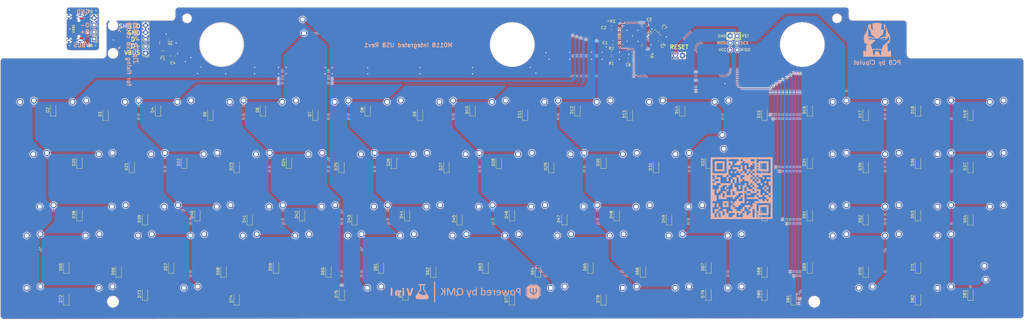
<source format=kicad_pcb>
(kicad_pcb (version 20211014) (generator pcbnew)
  (layers (0 "F.Cu" signal) (31 "B.Cu" signal) (34 "B.Paste" user) (35 "F.Paste" user) (36 "B.SilkS" user "B.Silkscreen") (37 "F.SilkS" user "F.Silkscreen") (38 "B.Mask" user) (39 "F.Mask" user) (44 "Edge.Cuts" user))
  (net 0 "")
  (net 1 "Net-(D2-Pad2)")
  (net 2 "Net-(D3-Pad2)")
  (net 3 "Net-(D4-Pad2)")
  (net 4 "Net-(D5-Pad2)")
  (net 5 "Net-(D6-Pad2)")
  (net 6 "Net-(D7-Pad2)")
  (net 7 "Net-(D8-Pad2)")
  (net 8 "COL0")
  (net 9 "COL1")
  (net 10 "COL2")
  (net 11 "COL3")
  (net 12 "COL4")
  (net 13 "COL5")
  (net 14 "COL6")
  (net 15 "COL7")
  (net 16 "Net-(D9-Pad2)")
  (net 17 "Net-(D10-Pad2)")
  (net 18 "Net-(D11-Pad2)")
  (net 19 "Net-(D12-Pad2)")
  (net 20 "Net-(D13-Pad2)")
  (net 21 "Net-(D14-Pad2)")
  (net 22 "Net-(D15-Pad2)")
  (net 23 "Net-(D16-Pad2)")
  (net 24 "Net-(D17-Pad2)")
  (net 25 "Net-(D18-Pad2)")
  (net 26 "Net-(D19-Pad2)")
  (net 27 "Net-(D20-Pad2)")
  (net 28 "Net-(D21-Pad2)")
  (net 29 "Net-(D22-Pad2)")
  (net 30 "Net-(D23-Pad2)")
  (net 31 "Net-(D24-Pad2)")
  (net 32 "Net-(D25-Pad2)")
  (net 33 "Net-(D26-Pad2)")
  (net 34 "Net-(D27-Pad2)")
  (net 35 "Net-(D28-Pad2)")
  (net 36 "Net-(D29-Pad2)")
  (net 37 "Net-(D30-Pad2)")
  (net 38 "Net-(D31-Pad2)")
  (net 39 "Net-(D32-Pad2)")
  (net 40 "Net-(D33-Pad2)")
  (net 41 "Net-(D34-Pad2)")
  (net 42 "Net-(D35-Pad2)")
  (net 43 "Net-(D36-Pad2)")
  (net 44 "Net-(D37-Pad2)")
  (net 45 "Net-(D38-Pad2)")
  (net 46 "Net-(D39-Pad2)")
  (net 47 "Net-(D40-Pad2)")
  (net 48 "Net-(D41-Pad2)")
  (net 49 "Net-(D42-Pad2)")
  (net 50 "Net-(D43-Pad2)")
  (net 51 "Net-(D44-Pad2)")
  (net 52 "Net-(D45-Pad2)")
  (net 53 "Net-(D46-Pad2)")
  (net 54 "Net-(D47-Pad2)")
  (net 55 "Net-(D48-Pad2)")
  (net 56 "Net-(D49-Pad2)")
  (net 57 "Net-(D50-Pad2)")
  (net 58 "Net-(D51-Pad2)")
  (net 59 "Net-(D52-Pad2)")
  (net 60 "Net-(D53-Pad2)")
  (net 61 "Net-(D54-Pad2)")
  (net 62 "Net-(D55-Pad2)")
  (net 63 "Net-(D56-Pad2)")
  (net 64 "Net-(D57-Pad2)")
  (net 65 "Net-(D58-Pad2)")
  (net 66 "Net-(D59-Pad2)")
  (net 67 "Net-(D60-Pad2)")
  (net 68 "Net-(D61-Pad2)")
  (net 69 "Net-(D62-Pad2)")
  (net 70 "Net-(D63-Pad2)")
  (net 71 "Net-(D64-Pad2)")
  (net 72 "Net-(D65-Pad2)")
  (net 73 "Net-(D66-Pad2)")
  (net 74 "Net-(D67-Pad2)")
  (net 75 "Net-(D68-Pad2)")
  (net 76 "Net-(D69-Pad2)")
  (net 77 "Net-(D70-Pad2)")
  (net 78 "Net-(D71-Pad2)")
  (net 79 "Net-(D72-Pad2)")
  (net 80 "Net-(D73-Pad2)")
  (net 81 "Net-(D74-Pad2)")
  (net 82 "Net-(D75-Pad2)")
  (net 83 "Net-(D76-Pad2)")
  (net 84 "Net-(D77-Pad2)")
  (net 85 "Net-(D78-Pad2)")
  (net 86 "Net-(D79-Pad2)")
  (net 87 "Net-(D80-Pad2)")
  (net 88 "Net-(D81-Pad2)")
  (net 89 "Net-(D82-Pad2)")
  (net 90 "MISO")
  (net 91 "ROW1")
  (net 92 "ROW4")
  (net 93 "ROW5")
  (net 94 "ROW6")
  (net 95 "ROW7")
  (net 96 "ROW8")
  (net 97 "ROW9")
  (net 98 "VCC")
  (net 99 "GND")
  (net 100 "XTAL2")
  (net 101 "Net-(C6-Pad1)")
  (net 102 "XTAL1")
  (net 103 "D+")
  (net 104 "D-")
  (net 105 "COL8")
  (net 106 "Net-(D83-Pad2)")
  (net 107 "VBUS")
  (net 108 "Net-(R5-Pad2)")
  (net 109 "/MCU_D+")
  (net 110 "/MCU_D-")
  (net 111 "Net-(R3-Pad1)")
  (net 114 "ROW2")
  (net 115 "ROW3")
  (net 121 "RESET")
  (net 122 "Net-(R6-Pad1)")
  (footprint "Diode_SMD:D_SOD-123" (layer "F.Cu") (at 317.82 152.71 90)
    (fp_text reference "D34")
    (fp_text value "D")
  )
  (footprint "cipulot_parts:ALPS-1U" (layer "F.Cu") (at 271.4625 202.40625)
    (fp_text reference "MX78")
    (fp_text value "MX-NoLED")
  )
  (footprint "Diode_SMD:D_SOD-123" (layer "F.Cu") (at 142.87 192.34 90)
    (fp_text reference "D60")
    (fp_text value "D")
  )
  (footprint "cipulot_parts:ALPS-1U" (layer "F.Cu") (at 85.725 164.30625 180)
    (fp_text reference "MX39")
    (fp_text value "MX-NoLED")
  )
  (footprint "Connector_PinHeader_2.54mm:PinHeader_1x05_P2.54mm_Vertical" (layer "F.Cu") (at 76.44 113.035 180)
    (fp_text reference "J2" hide)
    (fp_text value "USB" hide)
  )
  (footprint "Diode_SMD:D_SOD-123" (layer "F.Cu") (at 176.21 135.19 90)
    (fp_text reference "D9")
    (fp_text value "D")
  )
  (footprint "cipulot_parts:ALPS-1U" (layer "F.Cu") (at 242.8875 126.20625 180)
    (fp_text reference "MX12")
    (fp_text value "MX-NoLED")
  )
  (footprint "cipulot_parts:ALPS-1U" (layer "F.Cu") (at 76.2 183.35625)
    (fp_text reference "MX56")
    (fp_text value "MX-NoLED")
  )
  (footprint "Diode_SMD:D_SOD-123" (layer "F.Cu") (at 85.73 190.81 90)
    (fp_text reference "D57")
    (fp_text value "D")
  )
  (footprint "Diode_SMD:D_SOD-123" (layer "F.Cu") (at 133.35 171.76 90)
    (fp_text reference "D42")
    (fp_text value "D")
  )
  (footprint "cipulot_parts:ALPS-1.25U" (layer "F.Cu") (at 35.71875 183.35625)
    (fp_text reference "MX54")
    (fp_text value "MX-NoLED")
  )
  (footprint "Diode_SMD:D_SOD-123" (layer "F.Cu") (at 238.12 190.81 90)
    (fp_text reference "D65")
    (fp_text value "D")
  )
  (footprint "cipulot_parts:ALPS-1U" (layer "F.Cu") (at 166.6875 126.20625 180)
    (fp_text reference "MX8")
    (fp_text value "MX-NoLED")
  )
  (footprint "cipulot_parts:ALPS-1U" (layer "F.Cu") (at 142.875 164.30625 180)
    (fp_text reference "MX42")
    (fp_text value "MX-NoLED")
  )
  (footprint "cipulot_parts:ALPS-1U" (layer "F.Cu") (at 366.7125 202.40625)
    (fp_text reference "MX81")
    (fp_text value "MX-NoLED")
  )
  (footprint "cipulot_parts:ALPS-1U" (layer "F.Cu") (at 157.1625 145.25625 180)
    (fp_text reference "MX25")
    (fp_text value "MX-NoLED")
  )
  (footprint "Diode_SMD:D_SOD-123" (layer "F.Cu") (at 338.14 154.24 90)
    (fp_text reference "D35")
    (fp_text value "D")
  )
  (footprint "Diode_SMD:D_SOD-123" (layer "F.Cu") (at 71.44 154.24 90)
    (fp_text reference "D21")
    (fp_text value "D")
  )
  (footprint "Diode_SMD:D_SOD-123" (layer "F.Cu") (at 170.87 200.65 90)
    (fp_text reference "D76")
    (fp_text value "D")
  )
  (footprint "cipulot_parts:ALPS-1U" (layer "F.Cu") (at 109.5375 126.20625 180)
    (fp_text reference "MX5")
    (fp_text value "MX-NoLED")
  )
  (footprint "cipulot_parts:ALPS-1U" (layer "F.Cu") (at 219.075 164.30625 180)
    (fp_text reference "MX46")
    (fp_text value "MX-NoLED")
  )
  (footprint "cipulot_parts:ALPS-1U" (layer "F.Cu") (at 276.225 164.30625 180)
    (fp_text reference "MX49")
    (fp_text value "MX-NoLED")
  )
  (footprint "cipulot_parts:ALPS-1.25U" (layer "F.Cu") (at 35.71875 202.40625)
    (fp_text reference "MX71")
    (fp_text value "MX-NoLED")
  )
  (footprint "cipulot_parts:ALPS-1U" (layer "F.Cu") (at 57.15 183.35625)
    (fp_text reference "MX55")
    (fp_text value "MX-NoLED")
  )
  (footprint "cipulot_parts:ALPS-1U" (layer "F.Cu") (at 290.5125 202.40625)
    (fp_text reference "MX79")
    (fp_text value "MX-NoLED")
  )
  (footprint "cipulot_parts:ALPS-1U" (layer "F.Cu") (at 204.7875 126.20625 180)
    (fp_text reference "MX10")
    (fp_text value "MX-NoLED")
  )
  (footprint "Diode_SMD:D_SOD-123" (layer "F.Cu") (at 195.26 133.66 90)
    (fp_text reference "D10")
    (fp_text value "D")
  )
  (footprint "cipulot_parts:ALPS-1U" (layer "F.Cu") (at 385.7625 126.20625 180)
    (fp_text reference "MX18")
    (fp_text value "MX-NoLED")
  )
  (footprint "Diode_SMD:D_SOD-123" (layer "F.Cu") (at 204.79 152.71 90)
    (fp_text reference "D28")
    (fp_text value "D")
  )
  (footprint "Diode_SMD:D_SOD-123" (layer "F.Cu") (at 66.67 192.34 90)
    (fp_text reference "D56")
    (fp_text value "D")
  )
  (footprint "Diode_SMD:D_SOD-123" (layer "F.Cu") (at 109.54 202.40625 90)
    (fp_text reference "D74")
    (fp_text value "D")
  )
  (footprint "cipulot_parts:ALPS-1U" (layer "F.Cu") (at 200.025 164.30625 180)
    (fp_text reference "MX45")
    (fp_text value "MX-NoLED")
  )
  (footprint "Diode_SMD:D_SOD-123" (layer "F.Cu") (at 104.77 192.34 90)
    (fp_text reference "D58")
    (fp_text value "D")
  )
  (footprint "Diode_SMD:D_SOD-123" (layer "F.Cu") (at 280.99 152.71 90)
    (fp_text reference "D32")
    (fp_text value "D")
  )
  (footprint "Diode_SMD:D_SOD-123" (layer "F.Cu") (at 161.93 190.81 90)
    (fp_text reference "D61")
    (fp_text value "D")
  )
  (footprint "cipulot_parts:ALPS-5.25U" (layer "F.Cu") (at 159.54375 202.40625)
    (fp_text reference "MX75")
    (fp_text value "MX-NoLED")
  )
  (footprint "cipulot_parts:ALPS-1U" (layer "F.Cu") (at 147.6375 126.20625 180)
    (fp_text reference "MX7")
    (fp_text value "MX-NoLED")
  )
  (footprint "Diode_SMD:D_SOD-123" (layer "F.Cu") (at 301.32 171.76 90)
    (fp_text reference "D50")
    (fp_text value "D")
  )
  (footprint "Diode_SMD:D_SOD-123" (layer "F.Cu") (at 338.14 135.19 90)
    (fp_text reference "D17")
    (fp_text value "D")
  )
  (footprint "cipulot_parts:ALPS-1U" (layer "F.Cu") (at 104.775 164.30625 180)
    (fp_text reference "MX40")
    (fp_text value "MX-NoLED")
  )
  (footprint "cipulot_parts:ALPS-1U" (layer "F.Cu") (at 61.9125 145.25625 180)
    (fp_text reference "MX20")
    (fp_text value "MX-NoLED")
  )
  (footprint "cipulot_parts:ALPS-SMALL-ISO" (layer "F.Cu") (at 290.5125 145.25625)
    (fp_text reference "MX32")
    (fp_text value "MX-NoLED")
  )
  (footprint "Diode_SMD:D_SOD-123" (layer "F.Cu") (at 209.55 171.76 90)
    (fp_text reference "D46")
    (fp_text value "D")
  )
  (footprint "Diode_SMD:D_SOD-123" (layer "F.Cu") (at 247.65 171.76 90)
    (fp_text reference "D48")
    (fp_text value "D")
  )
  (footprint "Diode_SMD:D_SOD-123" (layer "F.Cu") (at 119.06 133.66 90)
    (fp_text reference "D6")
    (fp_text value "D")
  )
  (footprint "cipulot_parts:ALPS-1U" (layer "F.Cu") (at 271.4625 145.25625 180)
    (fp_text reference "MX31")
    (fp_text value "MX-NoLED")
  )
  (footprint "Capacitor_SMD:C_0805_2012Metric" (layer "F.Cu") (at 263.69 104.71125 135)
    (fp_text reference "C7")
    (fp_text value "22p" hide)
  )
  (footprint "Diode_SMD:D_SOD-123" (layer "F.Cu") (at 338.13 173.29 90)
    (fp_text reference "D52")
    (fp_text value "D")
  )
  (footprint "Resistor_SMD:R_0805_2012Metric" (layer "F.Cu") (at 259 113.86 -90)
    (fp_text reference "R4")
    (fp_text value "10k" hide)
  )
  (footprint "cipulot_parts:ALPS-1U" (layer "F.Cu") (at 190.5 183.35625)
    (fp_text reference "MX62")
    (fp_text value "MX-NoLED")
  )
  (footprint "cipulot_parts:ALPS-1U" (layer "F.Cu") (at 195.2625 145.25625 180)
    (fp_text reference "MX27")
    (fp_text value "MX-NoLED")
  )
  (footprint "Diode_SMD:D_SOD-123" (layer "F.Cu") (at 114.3 173.29 90)
    (fp_text reference "D41")
    (fp_text value "D")
  )
  (footprint "Diode_SMD:D_SOD-123" (layer "F.Cu") (at 52.39 171.76 90)
    (fp_text reference "D38")
    (fp_text value "D")
  )
  (footprint "Resistor_SMD:R_0805_2012Metric" (layer "F.Cu") (at 245.72 112.91)
    (fp_text reference "R2")
    (fp_text value "22" hide)
  )
  (footprint "cipulot_parts:ALPS-1U" (layer "F.Cu") (at 347.6625 183.35625)
    (fp_text reference "MX69")
    (fp_text value "MX-NoLED")
  )
  (footprint "Diode_SMD:D_SOD-123" (layer "F.Cu") (at 317.82 171.76 90)
    (fp_text reference "D51")
    (fp_text value "D")
  )
  (footprint "cipulot_parts:ALPS-1U" (layer "F.Cu") (at 95.25 183.35625)
    (fp_text reference "MX57")
    (fp_text value "MX-NoLED")
  )
  (footprint "Diode_SMD:D_SOD-123" (layer "F.Cu") (at 138.11 135.19 90)
    (fp_text reference "D7")
    (fp_text value "D")
  )
  (footprint "Diode_SMD:D_SOD-123" (layer "F.Cu") (at 376.24 173.29 90)
    (fp_text reference "D54")
    (fp_text value "D")
  )
  (footprint "cipulot_parts:ALPS-1.5U" (layer "F.Cu") (at 38.1 145.25625 180)
    (fp_text reference "MX19")
    (fp_text value "MX-NoLED")
  )
  (footprint "Diode_SMD:D_SOD-123" (layer "F.Cu") (at 376.24 135.19 90)
    (fp_text reference "D19")
    (fp_text value "D")
  )
  (footprint "cipulot_parts:ALPS-1U" (layer "F.Cu") (at 366.7125 145.25625 180)
    (fp_text reference "MX35")
    (fp_text value "MX-NoLED")
  )
  (footprint "Diode_SMD:D_SOD-123" (layer "F.Cu") (at 109.54 154.24 90)
    (fp_text reference "D23")
    (fp_text value "D")
  )
  (footprint "Diode_SMD:D_SOD-123" (layer "F.Cu") (at 200.02 190.81 90)
    (fp_text reference "D63")
    (fp_text value "D")
  )
  (footprint "Diode_SMD:D_SOD-123" (layer "F.Cu") (at 157.16 133.66 90)
    (fp_text reference "D8")
    (fp_text value "D")
  )
  (footprint "Diode_SMD:D_SOD-123" (layer "F.Cu") (at 317.82 190.81 90)
    (fp_text reference "D69")
    (fp_text value "D")
  )
  (footprint "cipulot_parts:ALPS-1U" (layer "F.Cu") (at 133.35 183.35625)
    (fp_text reference "MX59")
    (fp_text value "MX-NoLED")
  )
  (footprint "Diode_SMD:D_SOD-123" (layer "F.Cu") (at 271.46 133.66 90)
    (fp_text reference "D14")
    (fp_text value "D")
  )
  (footprint "Diode_SMD:D_SOD-123" (layer "F.Cu") (at 301.32 154.24 90)
    (fp_text reference "D33")
    (fp_text value "D")
  )
  (footprint "cipulot_parts:ALPS-1U" (layer "F.Cu") (at 90.4875 126.20625 180)
    (fp_text reference "MX4")
    (fp_text value "MX-NoLED")
  )
  (footprint "Diode_SMD:D_SOD-123" (layer "F.Cu") (at 152.4 173.29 90)
    (fp_text reference "D43")
    (fp_text value "D")
  )
  (footprint "cipulot_parts:ALPS-1U" (layer "F.Cu") (at 180.975 164.30625 180)
    (fp_text reference "MX44")
    (fp_text value "MX-NoLED")
  )
  (footprint "cipulot_parts:ALPS-2U" (layer "F.Cu") (at 385.7625 192.88125 90)
    (fp_text reference "MX82")
    (fp_text value "MX-NoLED")
  )
  (footprint "Diode_SMD:D_SOD-123" (layer "F.Cu") (at 242.89 202.40625 90)
    (fp_text reference "D78")
    (fp_text value "D")
  )
  (footprint "Diode_SMD:D_SOD-123" (layer "F.Cu") (at 317.82 133.66 90)
    (fp_text reference "D16")
    (fp_text value "D")
  )
  (footprint "Diode_SMD:D_SOD-123" (layer "F.Cu") (at 47.62 190.81 90)
    (fp_text reference "D55")
    (fp_text value "D")
  )
  (footprint "Diode_SMD:D_SOD-123" (layer "F.Cu") (at 61.91 135.19 90)
    (fp_text reference "D3")
    (fp_text value "D")
  )
  (footprint "cipulot_parts:ALPS-1U" (layer "F.Cu") (at 128.5875 126.20625 180)
    (fp_text reference "MX6")
    (fp_text value "MX-NoLED")
  )
  (footprint "Resistor_SMD:R_0603_1608Metric" (layer "F.Cu") (at 53.55 110.16 180)
    (fp_text reference "R6")
    (fp_text value "5.1k")
  )
  (footprint "cipulot_parts:ALPS-1U" (layer "F.Cu") (at 176.2125 145.25625 180)
    (fp_text reference "MX26")
    (fp_text value "MX-NoLED")
  )
  (footprint "cipulot_parts:ALPS-1U" (layer "F.Cu") (at 137.9855 103.21925 90)
    (fp_text reference "MX74")
    (fp_text value "MX-NoLED")
  )
  (footprint "Diode_SMD:D_SOD-123" (layer "F.Cu") (at 90.48 152.71 90)
    (fp_text reference "D22")
    (fp_text value "D")
  )
  (footprint "Diode_SMD:D_SOD-123" (layer "F.Cu") (at 128.59 152.71 90)
    (fp_text reference "D24")
    (fp_text value "D")
  )
  (footprint "cipulot_parts:Crystal_SMD_3225-4pin_3.2x2.5mm" (layer "F.Cu") (at 261.35 106.93125 -135)
    (fp_text reference "Y1")
    (fp_text value "16MHz" hide)
  )
  (footprint "cipulot_parts:ALPS-1U" (layer "F.Cu") (at 66.675 164.30625 180)
    (fp_text reference "MX38")
    (fp_text value "MX-NoLED")
  )
  (footprint "cipulot_parts:ALPS-1U" (layer "F.Cu") (at 252.4125 202.40625)
    (fp_text reference "MX77")
    (fp_text value "MX-NoLED")
  )
  (footprint "cipulot_parts:ALPS-1U" (layer "F.Cu") (at 261.9375 126.20625 180)
    (fp_text reference "MX13")
    (fp_text value "MX-NoLED")
  )
  (footprint "cipulot_parts:ALPS-1U" (layer "F.Cu") (at 123.825 164.30625 180)
    (fp_text reference "MX41")
    (fp_text value "MX-NoLED")
  )
  (footprint "Diode_SMD:D_SOD-123" (layer "F.Cu") (at 171.45 171.76 90)
    (fp_text reference "D44")
    (fp_text value "D")
  )
  (footprint "Diode_SMD:D_SOD-123" (layer "F.Cu") (at 357.18 152.71 90)
    (fp_text reference "D36")
    (fp_text value "D")
  )
  (footprint "cipulot_parts:ALPS-1U" (layer "F.Cu") (at 33.3375 126.20625 180)
    (fp_text reference "MX1")
    (fp_text value "MX-NoLED")
  )
  (footprint "Diode_SMD:D_SOD-123" (layer "F.Cu") (at 357.19 202.41 90)
    (fp_text reference "D82")
    (fp_text value "D")
  )
  (footprint "Diode_SMD:D_SOD-123" (layer "F.Cu") (at 311.93 202.40625 90)
    (fp_text reference "D81")
    (fp_text value "D")
  )
  (footprint "Diode_SMD:D_SOD-123" (layer "F.Cu") (at 301.32 135.19 90)
    (fp_text reference "D15")
    (fp_text value "D")
  )
  (footprint "Diode_SMD:D_SOD-123" (layer "F.Cu") (at 357.19 171.76 90)
    (fp_text reference "D53")
    (fp_text value "D")
  )
  (footprint "cipulot_parts:ALPS-1U" (layer "F.Cu") (at 257.175 164.30625 180)
    (fp_text reference "MX48")
    (fp_text value "MX-NoLED")
  )
  (footprint "Diode_SMD:D_SOD-123" (layer "F.Cu") (at 147.75 200.65 90)
    (fp_text reference "D75")
    (fp_text value "D")
  )
  (footprint "Diode_SMD:D_SOD-123" (layer "F.Cu") (at 233.36 133.66 90)
    (fp_text reference "D12")
    (fp_text value "D")
  )
  (footprint "cipulot_parts:ALPS-1U" (layer "F.Cu") (at 71.4375 126.20625 180)
    (fp_text reference "MX3")
    (fp_text value "MX-NoLED")
  )
  (footprint "Fuse:Fuse_1206_3216Metric" (layer "F.Cu") (at 82.705 113.04 180)
    (fp_text reference "F1")
    (fp_text value "500mA" hide)
  )
  (footprint "cipulot_parts:ALPS-1U" (layer "F.Cu") (at 366.7125 164.30625 180)
    (fp_text reference "MX52")
    (fp_text value "MX-NoLED")
  )
  (footprint "cipulot_parts:HOLE_M2" (layer "F.Cu") (at 64.62 102.875)
    (fp_text reference "H22" hide)
    (fp_text value "MountingHole" hide)
  )
  (footprint "Diode_SMD:D_SOD-123" (layer "F.Cu") (at 301.32 192.34 90)
    (fp_text reference "D68")
    (fp_text value "D")
  )
  (footprint "cipulot_parts:ALPS-1U" (layer "F.Cu") (at 80.9625 145.25625 180)
    (fp_text reference "MX21")
    (fp_text value "MX-NoLED")
  )
  (footprint "cipulot_parts:ALPS-1U" (layer "F.Cu") (at 100.0125 145.25625 180)
    (fp_text reference "MX22")
    (fp_text value "MX-NoLED")
  )
  (footprint "Diode_SMD:D_SOD-123" (layer "F.Cu") (at 301.32 200.65 90)
    (fp_text reference "D80")
    (fp_text value "D")
  )
  (footprint "Connector_PinHeader_2.54mm:PinHeader_1x04_P2.54mm_Vertical" (layer "F.Cu") (at 57.71 107.79 180)
    (fp_text reference "J3" hide)
    (fp_text value "USB_DB")
  )
  (footprint "Diode_SMD:D_SOD-123" (layer "F.Cu") (at 266.7 173.29 90)
    (fp_text reference "D49")
    (fp_text value "D")
  )
  (footprint "Package_DFN_QFN:QFN-44-1EP_7x7mm_P0.5mm_EP5.2x5.2mm" (layer "F.Cu") (at 253.39 106.68125 90)
    (fp_text reference "U1")
    (fp_text value "ATmega32U4-M" hide)
  )
  (footprint "Diode_SMD:D_SOD-123" (layer "F.Cu") (at 223.84 154.24 90)
    (fp_text reference "D29")
    (fp_text value "D")
  )
  (footprint "Diode_SMD:D_SOD-123" (layer "F.Cu") (at 280.99 190.81 90)
    (fp_text reference "D67")
    (fp_text value "D")
  )
  (footprint "Diode_SMD:D_SOD-123" (layer "F.Cu") (at 214.32 135.19 90)
    (fp_text reference "D11")
    (fp_text value "D")
  )
  (footprint "cipulot_parts:ALPS-1U" (layer "F.Cu") (at 228.6 183.35625)
    (fp_text reference "MX64")
    (fp_text value "MX-NoLED")
  )
  (footprint "cipulot_parts:ALPS-1.75U" (layer "F.Cu") (at 40.48125 164.30625 180)
    (fp_text reference "MX37")
    (fp_text value "MX-NoLED")
  )
  (footprint "Capacitor_SMD:C_0805_2012Metric" (layer "F.Cu") (at 251.88 115.53 180)
    (fp_text reference "C6")
    (fp_text value "1u")
  )
  (footprint "cipulot_parts:ALPS-1U" (layer "F.Cu") (at 366.7125 183.35625)
    (fp_text reference "MX70")
    (fp_text value "MX-NoLED")
  )
  (footprint "Diode_SMD:D_SOD-123" (layer "F.Cu") (at 209.55 202.40625 90)
    (fp_text reference "D77")
    (fp_text value "D")
  )
  (footprint "Diode_SMD:D_SOD-123" (layer "F.Cu") (at 357.19 190.81 90)
    (fp_text reference "D71")
    (fp_text value "D")
  )
  (footprint "cipulot_parts:ALPS-1U" (layer "F.Cu") (at 385.7625 164.30625 180)
    (fp_text reference "MX53")
    (fp_text value "MX-NoLED")
  )
  (footprint "Diode_SMD:D_SOD-123" (layer "F.Cu") (at 280.99 200.65 90)
    (fp_text reference "D79")
    (fp_text value "D")
  )
  (footprint "cipulot_parts:ALPS-1U" (layer "F.Cu") (at 152.4 183.35625)
    (fp_text reference "MX60")
    (fp_text value "MX-NoLED")
  )
  (footprint "cipulot_parts:ALPS-1.5U" (layer "F.Cu") (at 61.9125 202.40625)
    (fp_text reference "MX72")
    (fp_text value "MX-NoLED")
  )
  (footprint "Diode_SMD:D_SOD-123" (layer "F.Cu") (at 257.17 192.34 90)
    (fp_text reference "D66")
    (fp_text value "D")
  )
  (footprint "cipulot_parts:ALPS-1.25U" (layer "F.Cu") (at 269.08125 183.35625)
    (fp_text reference "MX66")
    (fp_text value "MX-NoLED")
  )
  (footprint "Diode_SMD:D_SOD-123" (layer "F.Cu") (at 338.14 192.34 90)
    (fp_text reference "D70")
    (fp_text value "D")
  )
  (footprint "cipulot_parts:ALPS-1U" (layer "F.Cu") (at 385.7625 145.25625 180)
    (fp_text reference "MX36")
    (fp_text value "MX-NoLED")
  )
  (footprint "Capacitor_SMD:C_0805_2012Metric" (layer "F.Cu") (at 263.3 109.07125 -135)
    (fp_text reference "C5")
    (fp_text value "22p" hide)
  )
  (footprint "Diode_SMD:D_SOD-123" (layer "F.Cu") (at 261.94 154.24 90)
    (fp_text reference "D31")
    (fp_text value "D")
  )
  (footprint "cipulot_parts:ALPS-1U" (layer "F.Cu") (at 119.0625 145.25625 180)
    (fp_text reference "MX23")
    (fp_text value "MX-NoLED")
  )
  (footprint "cipulot_parts:ALPS-1.75U" (layer "F.Cu") (at 92.86875 202.40625)
    (fp_text reference "MX73")
    (fp_text value "MX-NoLED")
  )
  (footprint "Diode_SMD:D_SOD-123" (layer "F.Cu") (at 147.64 154.24 90)
    (fp_text reference "D25")
    (fp_text value "D")
  )
  (footprint "Diode_SMD:D_SOD-123" (layer "F.Cu") (at 76.2 200.65 90)
    (fp_text reference "D73")
    (fp_text value "D")
  )
  (footprint "Resistor_SMD:R_0603_1608Metric" (layer "F.Cu") (at 53.55 97.8)
    (fp_text reference "R5")
    (fp_text value "5.1k")
  )
  (footprint "Diode_SMD:D_SOD-123" (layer "F.Cu") (at 180.98 192.34 90)
    (fp_text reference "D62")
    (fp_text value "D")
  )
  (footprint "Resistor_SMD:R_0805_2012Metric" (layer "F.Cu") (at 248.91 101.39 180)
    (fp_text reference "R3")
    (fp_text value "10k" hide)
  )
  (footprint "Diode_SMD:D_SOD-123" (layer "F.Cu") (at 376.24 154.24 90)
    (fp_text reference "D37")
    (fp_text value "D")
  )
  (footprint "cipulot_parts:ALPS-1U" (layer "F.Cu") (at 171.45 183.35625)
    (fp_text reference "MX61")
    (fp_text value "MX-NoLED")
  )
  (footprint "Connector_PinHeader_2.54mm:PinHeader_1x02_P2.54mm_Vertical" (layer "F.Cu") (at 271.525 113.86 -90)
    (fp_text reference "SW1" hide)
    (fp_text value "SW_Push" hide)
  )
  (footprint "cipulot_parts:ALPS-1U" (layer "F.Cu") (at 328.6125 126.20625 180)
    (fp_text reference "MX15")
    (fp_text value "MX-NoLED")
  )
  (footprint "cipulot_parts:ALPS-1U" (layer "F.Cu") (at 347.6625 164.30625 180)
    (fp_text reference "MX51")
    (fp_text value "MX-NoLED")
  )
  (footprint "Package_TO_SOT_SMD:SOT-143" (layer "F.Cu") (at 83.155 109.22 -90)
    (fp_text reference "D1")
    (fp_text value "PRTR5V0U2X" hide)
  )
  (footprint "cipulot_parts:ALPS-1U" (layer "F.Cu") (at 238.125 164.30625 180)
    (fp_text reference "MX47")
    (fp_text value "MX-NoLED")
  )
  (footprint "cipulot_parts:ALPS-1U" (layer "F.Cu") (at 214.3125 145.25625 180)
    (fp_text reference "MX28")
    (fp_text value "MX-NoLED")
  )
  (footprint "cipulot_parts:ALPS-1U" (layer "F.Cu") (at 161.925 164.30625 180)
    (fp_text reference "MX43")
    (fp_text value "MX-NoLED")
  )
  (footprint "Diode_SMD:D_SOD-123" (layer "F.Cu") (at 252.41 135.19 90)
    (fp_text reference "D13")
    (fp_text value "D")
  )
  (footprint "cipulot_parts:ALPS-1.5U" (layer "F.Cu") (at 285.75 126.20625 180)
    (fp_text reference "MX14")
    (fp_text value "MX-NoLED")
  )
  (footprint "cipulot_parts:ALPS-1.75U" (layer "F.Cu") (at 226.21875 202.40625)
    (fp_text reference "MX76")
    (fp_text value "MX-NoLED")
  )
  (footprint "Diode_SMD:D_SOD-123" (layer "F.Cu") (at 123.82 190.81 90)
    (fp_text reference "D59")
    (fp_text value "D")
  )
  (footprint "cipulot_parts:ALPS-1U" (layer "F.Cu") (at 328.6125 183.35625)
    (fp_text reference "MX68")
    (fp_text value "MX-NoLED")
  )
  (footprint "cipulot_parts:ALPS-2U" (layer "F.Cu") (at 338.1375 202.40625)
    (fp_text reference "MX80")
    (fp_text value "MX-NoLED")
  )
  (footprint "Capacitor_SMD:C_0805_2012Metric" (layer "F.Cu") (at 246.24 109.19 180)
    (fp_text reference "C1")
    (fp_text value "0.1u")
  )
  (footprint "cipulot_parts:ALPS-1U" (layer "F.Cu") (at 290.5125 183.35625)
    (fp_text reference "MX67")
    (fp_text value "MX-NoLED")
  )
  (footprint "cipulot_parts:Reset_Pretty" (layer "F.Cu") (at 290.1475 109.23 180)
    (fp_text reference "J1")
    (fp_text value "AVR-ISP-6-Connector")
  )
  (footprint "Diode_SMD:D_SOD-123" (layer "F.Cu") (at 357.18 133.66 90)
    (fp_text reference "D18")
    (fp_text value "D")
  )
  (footprint "Diode_SMD:D_SOD-123" (layer "F.Cu") (at 376.19 200.65 90)
    (fp_text reference "D83")
    (fp_text value "D")
  )
  (footprint "Capacitor_SMD:C_0805_2012Metric" (layer "F.Cu") (at 86.32 113.98 -90)
    (fp_text reference "C4")
    (fp_text value "10u" hide)
  )
  (footprint "Capacitor_SMD:C_0805_2012Metric" (layer "F.Cu") (at 259.42 102.36)
    (fp_text reference "C3")
    (fp_text value "0.1u")
  )
  (footprint "cipulot_parts:ALPS-1U" (layer "F.Cu") (at 328.6125 164.30625 180)
    (fp_text reference "MX50")
    (fp_text value "MX-NoLED")
  )
  (footprint "Diode_SMD:D_SOD-123" (layer "F.Cu") (at 166.69 152.71 90)
    (fp_text reference "D26")
    (fp_text value "D")
  )
  (footprint "Diode_SMD:D_SOD-123" (layer "F.Cu") (at 242.89 152.71 90)
    (fp_text reference "D30")
    (fp_text value "D")
  )
  (footprint "cipulot_parts:HOLE_M2" (layer "F.Cu") (at 64.62 113.035)
    (fp_text reference "H22" hide)
    (fp_text value "MountingHole" hide)
  )
  (footprint "Diode_SMD:D_SOD-123" (layer "F.Cu") (at 100.01 135.19 90)
    (fp_text reference "D5")
    (fp_text value "D")
  )
  (footprint "cipulot_parts:ALPS-1U" (layer "F.Cu") (at 247.65 183.35625)
    (fp_text reference "MX65")
    (fp_text value "MX-NoLED")
  )
  (footprint "Diode_SMD:D_SOD-123" (layer "F.Cu") (at 190.5 173.29 90)
    (fp_text reference "D45")
    (fp_text value "D")
  )
  (footprint "Diode_SMD:D_SOD-123" (layer "F.Cu") (at 47.63 202.40625 90)
    (fp_text reference "D72")
    (fp_text value "D")
  )
  (footprint "cipulot_parts:ALPS-1U" (layer "F.Cu") (at 223.8375 126.20625 180)
    (fp_text reference "MX11")
    (fp_text value "MX-NoLED")
  )
  (footprint "Diode_SMD:D_SOD-123" (layer "F.Cu") (at 42.86 133.66 90)
    (fp_text reference "D2")
    (fp_text value "D")
  )
  (footprint "Diode_SMD:D_SOD-123" (layer "F.Cu") (at 228.6 173.29 90)
    (fp_text reference "D47")
    (fp_text value "D")
  )
  (footprint "cipulot_parts:ALPS-1U" (layer "F.Cu") (at 328.6125 145.25625 180)
    (fp_text reference "MX33")
    (fp_text value "MX-NoLED")
  )
  (footprint "cipulot_parts:ALPS-1U" (layer "F.Cu") (at 209.55 183.35625)
    (fp_text reference "MX63")
    (fp_text value "MX-NoLED")
  )
  (footprint "cipulot_parts:ALPS-1U" (layer "F.Cu") (at 185.7375 126.20625 180)
    (fp_text reference "MX9")
    (fp_text value "MX-NoLED")
  )
  (footprint "cipulot_parts:ALPS-1U" (layer "F.Cu") (at 233.3625 145.25625 180)
    (fp_text reference "MX29")
    (fp_text value "MX-NoLED")
  )
  (footprint "cipulot_parts:ALPS-1U" (layer "F.Cu") (at 138.1125 145.25625 180)
    (fp_text reference "MX24")
    (fp_text value "MX-NoLED")
  )
  (footprint "Diode_SMD:D_SOD-123" (layer "F.Cu") (at 76.2 173.29 90)
    (fp_text reference "D39")
    (fp_text value "D")
  )
  (footprint "Diode_SMD:D_SOD-123" (layer "F.Cu") (at 80.96 133.66 90)
    (fp_text reference "D4")
    (fp_text value "D")
  )
  (footprint "Diode_SMD:D_SOD-123" (layer "F.Cu") (at 95.25 171.76 90)
    (fp_text reference "D40")
    (fp_text value "D")
  )
  (footprint "cipulot_parts:ALPS-1U" (layer "F.Cu") (at 52.3875 126.20625 180)
    (fp_text reference "MX2")
    (fp_text value "MX-NoLED")
  )
  (footprint "cipulot_parts:ALPS-1U" (layer "F.Cu") (at 347.6625 126.20625 180)
    (fp_text reference "MX16")
    (fp_text value "MX-NoLED")
  )
  (footprint "cipulot_parts:HRO-TYPE-C-31-M-12-Assembly" (layer "F.Cu") (at 45.9375 103.98125 -90)
    (fp_text reference "USB1")
    (fp_text value "HRO-TYPE-C-31-M-12")
  )
  (footprint "cipulot_parts:ALPS-1U" (layer "F.Cu") (at 114.3 183.35625)
    (fp_text reference "MX58")
    (fp_text value "MX-NoLED")
  )
  (footprint "cipulot_parts:ALPS-1U" (layer "F.Cu") (at 252.4125 145.25625 180)
    (fp_text reference "MX30")
    (fp_text value "MX-NoLED")
  )
  (footprint "Diode_SMD:D_SOD-123" (layer "F.Cu") (at 185.74 154.24 90)
    (fp_text reference "D27")
    (fp_text value "D")
  )
  (footprint "cipulot_parts:ALPS-1U" (layer "F.Cu") (at 366.7125 126.20625 180)
    (fp_text reference "MX17")
    (fp_text value "MX-NoLED")
  )
  (footprint "cipulot_parts:ALPS-1U" (layer "F.Cu") (at 347.6625 145.25625 180)
    (fp_text reference "MX34")
    (fp_text value "MX-NoLED")
  )
  (footprint "Diode_SMD:D_SOD-123" (layer "F.Cu") (at 219.08 192.34 90)
    (fp_text reference "D64")
    (fp_text value "D")
  )
  (footprint "Capacitor_SMD:C_0805_2012Metric" (layer "F.Cu") (at 245.81 103.71 180)
    (fp_text reference "C2")
    (fp_text value "0.1u")
  )
  (footprint "Resistor_SMD:R_0805_2012Metric" (layer "F.Cu") (at 245.73 114.91)
    (fp_text reference "R1")
    (fp_text value "22" hide)
  )
  (footprint "Diode_SMD:D_SOD-123" (layer "F.Cu") (at 52.39 152.71 90)
    (fp_text reference "D20")
    (fp_text value "D")
  )
  (footprint "cipulot_parts:IronMan" (layer "B.Cu") (at 342.32 107.88 180)
    (fp_text reference "G***" hide)
    (fp_text value "LOGO" hide)
  )
  (footprint "custom_parts:vial_logo" (layer "B.Cu") (at 171.510194 199.821751 180)
    (fp_text reference "G***" hide)
    (fp_text value "LOGO" hide)
  )
  (footprint "LOGO" (layer "B.Cu") (at 293.04 162.1 180)
    (fp_text reference "G***" hide)
    (fp_text value "LOGO" hide)
  )
  (footprint "custom_parts:qmk" (layer "B.Cu") (at 201.799694 199.758251 180)
    (fp_text reference "G***" hide)
    (fp_text value "LOGO" hide)
  )
  (gr_circle (center 54.8005 113.37925) (end 54.8005 112.61725) (layer "Edge.Cuts") (width 0.05) (fill none))
  (gr_circle (center 104.0765 109.82325) (end 111.987285 109.82325) (layer "Edge.Cuts") (width 0.2) (fill none))
  (gr_line (start 57.3405 112.10925) (end 58.4835 112.10925) (layer "Edge.Cuts") (width 0.05))
  (gr_line (start 57.3405 114.64925) (end 60.7695 114.64925) (layer "Edge.Cuts") (width 0.05))
  (gr_arc (start 58.4835 96.10725) (mid 59.381526 96.479224) (end 59.7535 97.37725) (layer "Edge.Cuts") (width 0.05))
  (gr_line (start 332.1685 99.66325) (end 332.1685 97.37725) (layer "Edge.Cuts") (width 0.05))
  (gr_arc (start 354.5205 114.64925) (mid 353.622492 114.277273) (end 353.2505 113.37925) (layer "Edge.Cuts") (width 0.05))
  (gr_arc (start 394.3985 114.64925) (mid 395.296508 115.021227) (end 395.6685 115.91925) (layer "Edge.Cuts") (width 0.05))
  (gr_line (start 351.9805 100.93325) (end 333.4385 100.93325) (layer "Edge.Cuts") (width 0.05))
  (gr_arc (start 59.7535 110.83925) (mid 59.381526 111.737276) (end 58.4835 112.10925) (layer "Edge.Cuts") (width 0.05))
  (gr_circle (center 91.5035 100.29825) (end 93.0275 100.29825) (layer "Edge.Cuts") (width 0.05) (fill none))
  (gr_circle (center 64.593567 203.42225) (end 66.4845 203.16825) (layer "Edge.Cuts") (width 0.05) (fill none))
  (gr_circle (center 315.113715 109.82325) (end 322.987715 110.58525) (layer "Edge.Cuts") (width 0.05) (fill none))
  (gr_line (start 24.8285 114.64925) (end 50.2285 114.64925) (layer "Edge.Cuts") (width 0.05))
  (gr_circle (center 209.703715 109.82325) (end 217.577715 110.58525) (layer "Edge.Cuts") (width 0.05) (fill none))
  (gr_arc (start 87.0585 99.66325) (mid 86.686543 100.561308) (end 85.7885 100.93325) (layer "Edge.Cuts") (width 0.05))
  (gr_line (start 87.0585 99.66325) (end 87.0585 97.63125) (layer "Edge.Cuts") (width 0.05))
  (gr_line (start 394.3985 209.64525) (end 24.8285 209.89925) (layer "Edge.Cuts") (width 0.05))
  (gr_line (start 384.4925 114.64925) (end 354.5205 114.64925) (layer "Edge.Cuts") (width 0.05))
  (gr_arc (start 62.0395 113.37925) (mid 61.667543 114.277308) (end 60.7695 114.64925) (layer "Edge.Cuts") (width 0.05))
  (gr_line (start 395.6685 115.91925) (end 395.6685 208.37525) (layer "Edge.Cuts") (width 0.05))
  (gr_line (start 23.5585 208.62925) (end 23.5585 115.91925) (layer "Edge.Cuts") (width 0.05))
  (gr_arc (start 57.3405 114.64925) (mid 56.0705 113.37925) (end 57.3405 112.10925) (layer "Edge.Cuts") (width 0.05))
  (gr_line (start 384.4925 114.64925) (end 394.3985 114.64925) (layer "Edge.Cuts") (width 0.05))
  (gr_line (start 48.8315 96.10725) (end 58.4835 96.10725) (layer "Edge.Cuts") (width 0.05))
  (gr_circle (center 52.7685 113.37925) (end 52.7685 112.61725) (layer "Edge.Cuts") (width 0.05) (fill none))
  (gr_circle (center 327.7235 100.29825) (end 329.2475 100.29825) (layer "Edge.Cuts") (width 0.05) (fill none))
  (gr_line (start 353.2505 113.37925) (end 353.2505 102.20325) (layer "Edge.Cuts") (width 0.05))
  (gr_line (start 85.7885 100.93325) (end 63.3095 100.93325) (layer "Edge.Cuts") (width 0.05))
  (gr_arc (start 351.9805 100.93325) (mid 352.878508 101.305227) (end 353.2505 102.20325) (layer "Edge.Cuts") (width 0.05))
  (gr_arc (start 333.4385 100.93325) (mid 332.540492 100.561273) (end 332.1685 99.66325) (layer "Edge.Cuts") (width 0.05))
  (gr_arc (start 47.5615 97.37725) (mid 47.933474 96.479224) (end 48.8315 96.10725) (layer "Edge.Cuts") (width 0.05))
  (gr_arc (start 24.8285 209.89925) (mid 23.930474 209.527276) (end 23.5585 208.62925) (layer "Edge.Cuts") (width 0.05))
  (gr_line (start 59.7535 97.37725) (end 59.7535 110.83925) (layer "Edge.Cuts") (width 0.05))
  (gr_line (start 88.5825 96.10725) (end 330.8985 96.10725) (layer "Edge.Cuts") (width 0.05))
  (gr_arc (start 87.0585 97.63125) (mid 87.504852 96.553587) (end 88.5825 96.10725) (layer "Edge.Cuts") (width 0.05))
  (gr_arc (start 62.0395 102.20325) (mid 62.411457 101.305192) (end 63.3095 100.93325) (layer "Edge.Cuts") (width 0.05))
  (gr_line (start 47.5615 110.83925) (end 47.5615 97.37725) (layer "Edge.Cuts") (width 0.05))
  (gr_arc (start 50.2285 112.10925) (mid 51.4985 113.37925) (end 50.2285 114.64925) (layer "Edge.Cuts") (width 0.05))
  (gr_arc (start 48.8315 112.10925) (mid 47.933474 111.737276) (end 47.5615 110.83925) (layer "Edge.Cuts") (width 0.05))
  (gr_arc (start 330.8985 96.10725) (mid 331.796508 96.479227) (end 332.1685 97.37725) (layer "Edge.Cuts") (width 0.05))
  (gr_line (start 50.2285 112.10925) (end 48.8315 112.10925) (layer "Edge.Cuts") (width 0.05))
  (gr_circle (center 319.465584 203.42225) (end 321.356517 203.16825) (layer "Edge.Cuts") (width 0.05) (fill none))
  (gr_line (start 62.0395 102.20325) (end 62.0395 113.37925) (layer "Edge.Cuts") (width 0.05))
  (gr_arc (start 23.5585 115.91925) (mid 23.930474 115.021224) (end 24.8285 114.64925) (layer "Edge.Cuts") (width 0.05))
  (gr_arc (start 395.6685 208.37525) (mid 395.296543 209.273308) (end 394.3985 209.64525) (layer "Edge.Cuts") (width 0.05))
  (gr_text "←" (at 66.94 104.84 135) (layer "B.SilkS") (effects (font (size 1.5 1.5) (thickness 0.3)) (justify mirror)))
  (gr_text "M0118 Integrated USB Rev1" (at 171.91 110.04) (layer "B.SilkS") (effects (font (size 1.5 1.5) (thickness 0.3)) (justify mirror)))
  (gr_text "PCB by Cipulot" (at 342.34 116.37) (layer "B.SilkS") (effects (font (size 1.5 1.5) (thickness 0.3)) (justify mirror)))
  (gr_text "Zip Tie Holes\nfor fixing USB cable" (at 71.6 101.39 270) (layer "B.SilkS") (effects (font (size 1.5 1.5) (thickness 0.3)) (justify right mirror)))
  (gr_text "←" (at 67.02 110.96 225) (layer "B.SilkS") (effects (font (size 1.5 1.5) (thickness 0.3)) (justify mirror)))
  (gr_text "GND\n\nD-\nD+\n\nVBUS\n" (at 56.16 103.99) (layer "B.SilkS") (effects (font (size 1.5 1.5) (thickness 0.3)) (justify left mirror)))
  (gr_text "|" (at 181.479694 199.504251) (layer "B.SilkS") (effects (font (size 5 5) (thickness 0.4))))
  (gr_text "RESET\n" (at 270.33 110.76) (layer "F.SilkS") (effects (font (size 1.5 1.5) (thickness 0.3))))
  (gr_text "SHIELD\nGND\nD-\nD+\nVBUS\n" (at 74.685 107.98) (layer "F.SilkS") (effects (font (size 1.5 1.5) (thickness 0.3)) (justify right)))
  (segment (start 30.8375 130.70625) (end 31.555464 131.424214) (width 0.25) (layer "F.Cu") (net 1))
  (segment (start 32.969677 132.01) (end 42.86 132.01) (width 0.25) (layer "F.Cu") (net 1))
  (arc (start 31.555464 131.424214) (mid 32.20431 131.857759) (end 32.969677 132.01) (width 0.25) (layer "F.Cu") (net 1))
  (segment (start 54.8875 130.20625) (end 57.635464 132.954214) (width 0.25) (layer "F.Cu") (net 2))
  (segment (start 59.049677 133.54) (end 61.91 133.54) (width 0.25) (layer "F.Cu") (net 2))
  (arc (start 59.049677 133.54) (mid 58.28431 133.387759) (end 57.635464 132.954214) (width 0.25) (layer "F.Cu") (net 2))
  (segment (start 68.9375 130.70625) (end 69.655464 131.424214) (width 0.25) (layer "F.Cu") (net 3))
  (segment (start 71.069677 132.01) (end 80.96 132.01) (width 0.25) (layer "F.Cu") (net 3))
  (arc (start 69.655464 131.424214) (mid 70.30431 131.857759) (end 71.069677 132.01) (width 0.25) (layer "F.Cu") (net 3))
  (segment (start 97.149677 133.54) (end 100.01 133.54) (width 0.25) (layer "F.Cu") (net 4))
  (segment (start 92.9875 130.20625) (end 95.735464 132.954214) (width 0.25) (layer "F.Cu") (net 4))
  (arc (start 97.149677 133.54) (mid 96.38431 133.387759) (end 95.735464 132.954214) (width 0.25) (layer "F.Cu") (net 4))
  (segment (start 109.169677 132.01) (end 119.06 132.01) (width 0.25) (layer "F.Cu") (net 5))
  (segment (start 107.0375 130.70625) (end 107.755464 131.424214) (width 0.25) (layer "F.Cu") (net 5))
  (arc (start 107.755464 131.424214) (mid 108.40431 131.857759) (end 109.169677 132.01) (width 0.25) (layer "F.Cu") (net 5))
  (segment (start 135.249677 133.54) (end 138.11 133.54) (width 0.25) (layer "F.Cu") (net 6))
  (segment (start 131.0875 130.20625) (end 133.835464 132.954214) (width 0.25) (layer "F.Cu") (net 6))
  (arc (start 135.249677 133.54) (mid 134.48431 133.387759) (end 133.835464 132.954214) (width 0.25) (layer "F.Cu") (net 6))
  (segment (start 145.1375 130.70625) (end 145.855464 131.424214) (width 0.25) (layer "F.Cu") (net 7))
  (segment (start 147.269677 132.01) (end 157.16 132.01) (width 0.25) (layer "F.Cu") (net 7))
  (arc (start 145.855464 131.424214) (mid 146.50431 131.857759) (end 147.269677 132.01) (width 0.25) (layer "F.Cu") (net 7))
  (segment (start 232.305857 105.974143) (end 231.74 106.54) (width 0.25) (layer "F.Cu") (net 8))
  (segment (start 250.0525 105.68125) (end 233.012964 105.68125) (width 0.25) (layer "F.Cu") (net 8))
  (segment (start 144.22 122.34) (end 124.76 122.34) (width 0.25) (layer "F.Cu") (net 8))
  (via (at 231.74 106.54) (size 0.8) (drill 0.4) (layers "F.Cu" "B.Cu") (net 8))
  (via (at 124.76 122.34) (size 0.8) (drill 0.4) (layers "F.Cu" "B.Cu") (net 8))
  (via (at 144.22 122.34) (size 0.8) (drill 0.4) (layers "F.Cu" "B.Cu") (net 8))
  (arc (start 232.305857 105.974143) (mid 232.63028 105.75737) (end 233.012964 105.68125) (width 0.25) (layer "F.Cu") (net 8))
  (segment (start 38.21875 178.85625) (end 54.15 178.85625) (width 0.25) (layer "B.Cu") (net 8))
  (segment (start 58.9125 149.25625) (end 59.4125 149.75625) (width 0.25) (layer "B.Cu") (net 8))
  (segment (start 38.21875 197.90625) (end 58.9125 197.90625) (width 0.25) (layer "B.Cu") (net 8))
  (segment (start 35.8375 130.20625) (end 49.3875 130.20625) (width 0.25) (layer "B.Cu") (net 8))
  (segment (start 231.74 120.34) (end 231.74 106.54) (width 0.25) (layer "B.Cu") (net 8))
  (segment (start 42.98125 168.30625) (end 42.98125 173.265323) (width 0.25) (layer "B.Cu") (net 8))
  (segment (start 57.667963 122.925787) (end 49.8875 130.70625) (width 0.25) (layer "B.Cu") (net 8))
  (segment (start 49.3875 130.20625) (end 49.8875 130.70625) (width 0.25) (layer "B.Cu") (net 8))
  (segment (start 38.21875 178.85625) (end 38.21875 197.90625) (width 0.25) (layer "B.Cu") (net 8))
  (segment (start 42.98125 168.30625) (end 63.675 168.30625) (width 0.25) (layer "B.Cu") (net 8))
  (segment (start 54.15 178.85625) (end 54.65 179.35625) (width 0.25) (layer "B.Cu") (net 8))
  (segment (start 229.74 122.34) (end 144.22 122.34) (width 0.25) (layer "B.Cu") (net 8))
  (segment (start 124.76 122.34) (end 59.082177 122.34) (width 0.25) (layer "B.Cu") (net 8))
  (segment (start 58.9125 197.90625) (end 59.4125 198.40625) (width 0.25) (layer "B.Cu") (net 8))
  (segment (start 41.185787 166.510787) (end 42.98125 168.30625) (width 0.25) (layer "B.Cu") (net 8))
  (segment (start 63.675 168.30625) (end 64.175 168.80625) (width 0.25) (layer "B.Cu") (net 8))
  (segment (start 42.395463 174.679537) (end 38.21875 178.85625) (width 0.25) (layer "B.Cu") (net 8))
  (segment (start 36.423287 145.079537) (end 40.6 149.25625) (width 0.25) (layer "B.Cu") (net 8))
  (segment (start 40.6 149.25625) (end 40.6 165.096573) (width 0.25) (layer "B.Cu") (net 8))
  (segment (start 35.8375 130.20625) (end 35.8375 143.665323) (width 0.25) (layer "B.Cu") (net 8))
  (segment (start 40.6 149.25625) (end 58.9125 149.25625) (width 0.25) (layer "B.Cu") (net 8))
  (arc (start 40.6 165.096573) (mid 40.752241 165.86194) (end 41.185787 166.510787) (width 0.25) (layer "B.Cu") (net 8))
  (arc (start 36.423287 145.079537) (mid 35.989741 144.43069) (end 35.8375 143.665323) (width 0.25) (layer "B.Cu") (net 8))
  (arc (start 59.082177 122.34) (mid 58.31681 122.492241) (end 57.667963 122.925787) (width 0.25) (layer "B.Cu") (net 8))
  (arc (start 42.395463 174.679537) (mid 42.829009 174.03069) (end 42.98125 173.265323) (width 0.25) (layer "B.Cu") (net 8))
  (arc (start 229.74 122.34) (mid 231.154214 121.754214) (end 231.74 120.34) (width 0.25) (layer "B.Cu") (net 8))
  (segment (start 250.0525 106.18125) (end 234.462964 106.18125) (width 0.25) (layer "F.Cu") (net 9))
  (segment (start 144.23 123.88) (end 124.78 123.88) (width 0.25) (layer "F.Cu") (net 9))
  (segment (start 233.755857 106.474143) (end 233.23 107) (width 0.25) (layer "F.Cu") (net 9))
  (via (at 124.78 123.88) (size 0.8) (drill 0.4) (layers "F.Cu" "B.Cu") (net 9))
  (via (at 144.23 123.88) (size 0.8) (drill 0.4) (layers "F.Cu" "B.Cu") (net 9))
  (via (at 233.23 107) (size 0.8) (drill 0.4) (layers "F.Cu" "B.Cu") (net 9))
  (arc (start 234.462964 106.18125) (mid 234.080281 106.25737) (end 233.755857 106.474143) (width 0.25) (layer "F.Cu") (net 9))
  (segment (start 94.227963 124.465787) (end 87.9875 130.70625) (width 0.25) (layer "B.Cu") (net 9))
  (segment (start 84.048287 164.129537) (end 88.225 168.30625) (width 0.25) (layer "B.Cu") (net 9))
  (segment (start 92.75 173.659677) (end 92.75 179.35625) (width 0.25) (layer "B.Cu") (net 9))
  (segment (start 83.4625 149.25625) (end 97.0125 149.25625) (width 0.25) (layer "B.Cu") (net 9))
  (segment (start 97.0125 149.25625) (end 97.5125 149.75625) (width 0.25) (layer "B.Cu") (net 9))
  (segment (start 83.4625 149.25625) (end 83.4625 162.715323) (width 0.25) (layer "B.Cu") (net 9))
  (segment (start 88.225 168.30625) (end 101.775 168.30625) (width 0.25) (layer "B.Cu") (net 9))
  (segment (start 73.9375 130.20625) (end 73.9375 138.902823) (width 0.25) (layer "B.Cu") (net 9))
  (segment (start 101.775 168.30625) (end 102.275 168.80625) (width 0.25) (layer "B.Cu") (net 9))
  (segment (start 124.78 123.88) (end 95.642177 123.88) (width 0.25) (layer "B.Cu") (net 9))
  (segment (start 93.335787 195.873287) (end 95.36875 197.90625) (width 0.25) (layer "B.Cu") (net 9))
  (segment (start 88.225 168.30625) (end 92.164214 172.245464) (width 0.25) (layer "B.Cu") (net 9))
  (segment (start 92.75 179.35625) (end 92.75 194.459073) (width 0.25) (layer "B.Cu") (net 9))
  (segment (start 87.4875 130.20625) (end 87.9875 130.70625) (width 0.25) (layer "B.Cu") (net 9))
  (segment (start 233.23 107) (end 233.23 121.88) (width 0.25) (layer "B.Cu") (net 9))
  (segment (start 74.523287 140.317037) (end 83.4625 149.25625) (width 0.25) (layer "B.Cu") (net 9))
  (segment (start 73.9375 130.20625) (end 87.4875 130.20625) (width 0.25) (layer "B.Cu") (net 9))
  (segment (start 92.75 179.35625) (end 79.2 179.35625) (width 0.25) (layer "B.Cu") (net 9))
  (segment (start 79.2 179.35625) (end 78.7 178.85625) (width 0.25) (layer "B.Cu") (net 9))
  (segment (start 231.23 123.88) (end 144.23 123.88) (width 0.25) (layer "B.Cu") (net 9))
  (arc (start 95.642177 123.88) (mid 94.87681 124.032241) (end 94.227963 124.465787) (width 0.25) (layer "B.Cu") (net 9))
  (arc (start 92.75 173.659677) (mid 92.597759 172.89431) (end 92.164214 172.245464) (width 0.25) (layer "B.Cu") (net 9))
  (arc (start 92.75 194.459073) (mid 92.902241 195.22444) (end 93.335787 195.873287) (width 0.25) (layer "B.Cu") (net 9))
  (arc (start 74.523287 140.317037) (mid 74.089741 139.66819) (end 73.9375 138.902823) (width 0.25) (layer "B.Cu") (net 9))
  (arc (start 83.4625 162.715323) (mid 83.614741 163.48069) (end 84.048287 164.129537) (width 0.25) (layer "B.Cu") (net 9))
  (arc (start 231.23 123.88) (mid 232.644214 123.294214) (end 233.23 121.88) (width 0.25) (layer "B.Cu") (net 9))
  (segment (start 219.859677 105.18125) (end 250.0525 105.18125) (width 0.25) (layer "F.Cu") (net 10))
  (segment (start 133.9855 105.71925) (end 199.492323 105.71925) (width 0.25) (layer "F.Cu") (net 10))
  (segment (start 200.906537 105.133463) (end 205.034214 101.005786) (width 0.25) (layer "F.Cu") (net 10))
  (segment (start 214.855787 101.005787) (end 218.445464 104.595464) (width 0.25) (layer "F.Cu") (net 10))
  (segment (start 206.448427 100.42) (end 213.441573 100.42) (width 0.25) (layer "F.Cu") (net 10))
  (arc (start 214.855787 101.005787) (mid 214.20694 100.572241) (end 213.441573 100.42) (width 0.25) (layer "F.Cu") (net 10))
  (arc (start 199.492323 105.71925) (mid 200.25769 105.567009) (end 200.906537 105.133463) (width 0.25) (layer "F.Cu") (net 10))
  (arc (start 206.448427 100.42) (mid 205.68306 100.572241) (end 205.034214 101.005786) (width 0.25) (layer "F.Cu") (net 10))
  (arc (start 218.445464 104.595464) (mid 219.09431 105.029009) (end 219.859677 105.18125) (width 0.25) (layer "F.Cu") (net 10))
  (segment (start 126.910787 175.417037) (end 130.85 179.35625) (width 0.25) (layer "B.Cu") (net 10))
  (segment (start 126.325 168.30625) (end 126.325 174.002823) (width 0.25) (layer "B.Cu") (net 10))
  (segment (start 121.5625 149.25625) (end 121.5625 162.715323) (width 0.25) (layer "B.Cu") (net 10))
  (segment (start 121.5625 149.25625) (end 135.1125 149.25625) (width 0.25) (layer "B.Cu") (net 10))
  (segment (start 112.623287 140.317037) (end 121.5625 149.25625) (width 0.25) (layer "B.Cu") (net 10))
  (segment (start 117.3 179.35625) (end 130.85 179.35625) (width 0.25) (layer "B.Cu") (net 10))
  (segment (start 135.1125 149.25625) (end 135.6125 149.75625) (width 0.25) (layer "B.Cu") (net 10))
  (segment (start 122.148287 164.129537) (end 126.325 168.30625) (width 0.25) (layer "B.Cu") (net 10))
  (segment (start 126.825 168.80625) (end 140.375 168.80625) (width 0.25) (layer "B.Cu") (net 10))
  (segment (start 112.0375 130.20625) (end 125.5875 130.20625) (width 0.25) (layer "B.Cu") (net 10))
  (segment (start 116.8 178.85625) (end 117.3 179.35625) (width 0.25) (layer "B.Cu") (net 10))
  (segment (start 133.9855 105.71925) (end 126.673286 113.031464) (width 0.25) (layer "B.Cu") (net 10))
  (segment (start 125.5875 130.20625) (end 126.0875 130.70625) (width 0.25) (layer "B.Cu") (net 10))
  (segment (start 126.0875 114.445677) (end 126.0875 130.70625) (width 0.25) (layer "B.Cu") (net 10))
  (segment (start 112.0375 130.20625) (end 112.0375 138.902823) (width 0.25) (layer "B.Cu") (net 10))
  (segment (start 126.325 168.30625) (end 126.825 168.80625) (width 0.25) (layer "B.Cu") (net 10))
  (arc (start 126.325 174.002823) (mid 126.477241 174.76819) (end 126.910787 175.417037) (width 0.25) (layer "B.Cu") (net 10))
  (arc (start 121.5625 162.715323) (mid 121.714741 163.48069) (end 122.148287 164.129537) (width 0.25) (layer "B.Cu") (net 10))
  (arc (start 112.623287 140.317037) (mid 112.189741 139.66819) (end 112.0375 138.902823) (width 0.25) (layer "B.Cu") (net 10))
  (arc (start 126.673286 113.031464) (mid 126.239741 113.68031) (end 126.0875 114.445677) (width 0.25) (layer "B.Cu") (net 10))
  (segment (start 235.235857 106.974143) (end 234.72 107.49) (width 0.25) (layer "F.Cu") (net 11))
  (segment (start 250.0525 106.68125) (end 235.942964 106.68125) (width 0.25) (layer "F.Cu") (net 11))
  (via (at 234.72 107.49) (size 0.8) (drill 0.4) (layers "F.Cu" "B.Cu") (net 11))
  (arc (start 235.942964 106.68125) (mid 235.560281 106.75737) (end 235.235857 106.974143) (width 0.25) (layer "F.Cu") (net 11))
  (segment (start 234.72 122.32952) (end 234.72 107.49) (width 0.25) (layer "B.Cu") (net 11))
  (segment (start 155.4 179.35625) (end 168.95 179.35625) (width 0.25) (layer "B.Cu") (net 11))
  (segment (start 164.425 168.30625) (end 177.975 168.30625) (width 0.25) (layer "B.Cu") (net 11))
  (segment (start 173.2125 149.25625) (end 173.7125 149.75625) (width 0.25) (layer "B.Cu") (net 11))
  (segment (start 150.723287 140.317037) (end 159.6625 149.25625) (width 0.25) (layer "B.Cu") (net 11))
  (segment (start 155.485787 196.848287) (end 157.04375 198.40625) (width 0.25) (layer "B.Cu") (net 11))
  (segment (start 150.1375 130.20625) (end 150.1375 138.902823) (width 0.25) (layer "B.Cu") (net 11))
  (segment (start 159.6625 149.25625) (end 173.2125 149.25625) (width 0.25) (layer "B.Cu") (net 11))
  (segment (start 171.392657 124.32952) (end 232.72 124.32952) (width 0.25) (layer "B.Cu") (net 11))
  (segment (start 159.6625 149.25625) (end 159.6625 162.715323) (width 0.25) (layer "B.Cu") (net 11))
  (segment (start 154.9 178.85625) (end 155.4 179.35625) (width 0.25) (layer "B.Cu") (net 11))
  (segment (start 150.1375 130.20625) (end 163.6875 130.20625) (width 0.25) (layer "B.Cu") (net 11))
  (segment (start 164.1875 130.70625) (end 169.978444 124.915306) (width 0.25) (layer "B.Cu") (net 11))
  (segment (start 154.9 178.85625) (end 154.9 195.434073) (width 0.25) (layer "B.Cu") (net 11))
  (segment (start 177.975 168.30625) (end 178.475 168.80625) (width 0.25) (layer "B.Cu") (net 11))
  (segment (start 165.010787 175.417037) (end 168.95 179.35625) (width 0.25) (layer "B.Cu") (net 11))
  (segment (start 164.425 168.30625) (end 164.425 174.002823) (width 0.25) (layer "B.Cu") (net 11))
  (segment (start 163.6875 130.20625) (end 164.1875 130.70625) (width 0.25) (layer "B.Cu") (net 11))
  (segment (start 160.248287 164.129537) (end 164.425 168.30625) (width 0.25) (layer "B.Cu") (net 11))
  (arc (start 160.248287 164.129537) (mid 159.814741 163.48069) (end 159.6625 162.715323) (width 0.25) (layer "B.Cu") (net 11))
  (arc (start 234.72 122.32952) (mid 234.134214 123.743734) (end 232.72 124.32952) (width 0.25) (layer "B.Cu") (net 11))
  (arc (start 150.1375 138.902823) (mid 150.289741 139.66819) (end 150.723287 140.317037) (width 0.25) (layer "B.Cu") (net 11))
  (arc (start 171.392657 124.32952) (mid 170.62729 124.481761) (end 169.978444 124.915306) (width 0.25) (layer "B.Cu") (net 11))
  (arc (start 164.425 174.002823) (mid 164.577241 174.76819) (end 165.010787 175.417037) (width 0.25) (layer "B.Cu") (net 11))
  (arc (start 155.485787 196.848287) (mid 155.052241 196.19944) (end 154.9 195.434073) (width 0.25) (layer "B.Cu") (net 11))
  (segment (start 250.0525 107.18125) (end 237.712964 107.18125) (width 0.25) (layer "F.Cu") (net 12))
  (segment (start 237.005857 107.474143) (end 236.52 107.96) (width 0.25) (layer "F.Cu") (net 12))
  (via (at 236.52 107.96) (size 0.8) (drill 0.4) (layers "F.Cu" "B.Cu") (net 12))
  (arc (start 237.005857 107.474143) (mid 237.33028 107.25737) (end 237.712964 107.18125) (width 0.25) (layer "F.Cu") (net 12))
  (segment (start 202.525 168.30625) (end 216.075 168.30625) (width 0.25) (layer "B.Cu") (net 12))
  (segment (start 211.3125 149.25625) (end 211.8125 149.75625) (width 0.25) (layer "B.Cu") (net 12))
  (segment (start 202.525 168.30625) (end 202.525 174.002823) (width 0.25) (layer "B.Cu") (net 12))
  (segment (start 197.7625 149.25625) (end 197.7625 162.715323) (width 0.25) (layer "B.Cu") (net 12))
  (segment (start 188.823287 140.317037) (end 197.7625 149.25625) (width 0.25) (layer "B.Cu") (net 12))
  (segment (start 188.2375 130.20625) (end 188.2375 138.902823) (width 0.25) (layer "B.Cu") (net 12))
  (segment (start 207.05 179.35625) (end 223.132964 195.439214) (width 0.25) (layer "B.Cu") (net 12))
  (segment (start 234.52 124.77904) (end 209.043137 124.77904) (width 0.25) (layer "B.Cu") (net 12))
  (segment (start 201.7875 130.20625) (end 202.2875 130.70625) (width 0.25) (layer "B.Cu") (net 12))
  (segment (start 193.5 179.35625) (end 207.05 179.35625) (width 0.25) (layer "B.Cu") (net 12))
  (segment (start 193 178.85625) (end 193.5 179.35625) (width 0.25) (layer "B.Cu") (net 12))
  (segment (start 207.628923 125.364827) (end 202.2875 130.70625) (width 0.25) (layer "B.Cu") (net 12))
  (segment (start 203.110787 175.417037) (end 207.05 179.35625) (width 0.25) (layer "B.Cu") (net 12))
  (segment (start 197.7625 149.25625) (end 211.3125 149.25625) (width 0.25) (layer "B.Cu") (net 12))
  (segment (start 202.525 168.30625) (end 203.025 168.80625) (width 0.25) (layer "B.Cu") (net 12))
  (segment (start 188.2375 130.20625) (end 201.7875 130.20625) (width 0.25) (layer "B.Cu") (net 12))
  (segment (start 236.52 107.96) (end 236.52 122.77904) (width 0.25) (layer "B.Cu") (net 12))
  (segment (start 223.71875 196.853427) (end 223.71875 198.40625) (width 0.25) (layer "B.Cu") (net 12))
  (segment (start 198.348287 164.129537) (end 202.525 168.30625) (width 0.25) (layer "B.Cu") (net 12))
  (segment (start 216.075 168.30625) (end 216.575 168.80625) (width 0.25) (layer "B.Cu") (net 12))
  (arc (start 207.628923 125.364827) (mid 208.27777 124.931281) (end 209.043137 124.77904) (width 0.25) (layer "B.Cu") (net 12))
  (arc (start 236.52 122.77904) (mid 235.934214 124.193254) (end 234.52 124.77904) (width 0.25) (layer "B.Cu") (net 12))
  (arc (start 188.2375 138.902823) (mid 188.389741 139.66819) (end 188.823287 140.317037) (width 0.25) (layer "B.Cu") (net 12))
  (arc (start 223.132964 195.439214) (mid 223.566509 196.08806) (end 223.71875 196.853427) (width 0.25) (layer "B.Cu") (net 12))
  (arc (start 202.525 174.002823) (mid 202.677241 174.76819) (end 203.110787 175.417037) (width 0.25) (layer "B.Cu") (net 12))
  (arc (start 197.7625 162.715323) (mid 197.914741 163.48069) (end 198.348287 164.129537) (width 0.25) (layer "B.Cu") (net 12))
  (segment (start 241.602964 107.68125) (end 250.0525 107.68125) (width 0.25) (layer "F.Cu") (net 13))
  (segment (start 240.39 108.48) (end 240.895857 107.974143) (width 0.25) (layer "F.Cu") (net 13))
  (via (at 240.39 108.48) (size 0.8) (drill 0.4) (layers "F.Cu" "B.Cu") (net 13))
  (arc (start 241.602964 107.68125) (mid 241.220281 107.75737) (end 240.895857 107.974143) (width 0.25) (layer "F.Cu") (net 13))
  (segment (start 255.4125 198.40625) (end 254.9125 197.90625) (width 0.25) (layer "B.Cu") (net 13))
  (segment (start 236.448287 164.129537) (end 240.625 168.30625) (width 0.25) (layer "B.Cu") (net 13))
  (segment (start 249.4125 149.25625) (end 249.9125 149.75625) (width 0.25) (layer "B.Cu") (net 13))
  (segment (start 268.9625 198.40625) (end 255.4125 198.40625) (width 0.25) (layer "B.Cu") (net 13))
  (segment (start 254.175 168.30625) (end 254.675 168.80625) (width 0.25) (layer "B.Cu") (net 13))
  (segment (start 226.3375 130.20625) (end 226.3375 138.902823) (width 0.25) (layer "B.Cu") (net 13))
  (segment (start 240.3875 108.4825) (end 240.3875 130.70625) (width 0.25) (layer "B.Cu") (net 13))
  (segment (start 241.210787 175.417037) (end 245.15 179.35625) (width 0.25) (layer "B.Cu") (net 13))
  (segment (start 240.39 108.48) (end 240.3875 108.4825) (width 0.25) (layer "B.Cu") (net 13))
  (segment (start 231.1 178.85625) (end 231.6 179.35625) (width 0.25) (layer "B.Cu") (net 13))
  (segment (start 240.625 168.30625) (end 254.175 168.30625) (width 0.25) (layer "B.Cu") (net 13))
  (segment (start 226.3375 130.20625) (end 239.8875 130.20625) (width 0.25) (layer "B.Cu") (net 13))
  (segment (start 239.8875 130.20625) (end 240.3875 130.70625) (width 0.25) (layer "B.Cu") (net 13))
  (segment (start 235.8625 149.25625) (end 235.8625 162.715323) (width 0.25) (layer "B.Cu") (net 13))
  (segment (start 240.625 168.30625) (end 240.625 174.002823) (width 0.25) (layer "B.Cu") (net 13))
  (segment (start 231.6 179.35625) (end 245.15 179.35625) (width 0.25) (layer "B.Cu") (net 13))
  (segment (start 226.923287 140.317037) (end 235.8625 149.25625) (width 0.25) (layer "B.Cu") (net 13))
  (segment (start 245.735787 188.729537) (end 254.9125 197.90625) (width 0.25) (layer "B.Cu") (net 13))
  (segment (start 235.8625 149.25625) (end 249.4125 149.25625) (width 0.25) (layer "B.Cu") (net 13))
  (segment (start 245.15 179.35625) (end 245.15 187.315323) (width 0.25) (layer "B.Cu") (net 13))
  (arc (start 226.3375 138.902823) (mid 226.489741 139.66819) (end 226.923287 140.317037) (width 0.25) (layer "B.Cu") (net 13))
  (arc (start 236.448287 164.129537) (mid 236.014741 163.48069) (end 235.8625 162.715323) (width 0.25) (layer "B.Cu") (net 13))
  (arc (start 245.735787 188.729537) (mid 245.302241 188.08069) (end 245.15 187.315323) (width 0.25) (layer "B.Cu") (net 13))
  (arc (start 241.210787 175.417037) (mid 240.777241 174.76819) (end 240.625 174.002823) (width 0.25) (layer "B.Cu") (net 13))
  (segment (start 254.975787 120.744537) (end 264.4375 130.20625) (width 0.25) (layer "F.Cu") (net 14))
  (segment (start 254.39 110.01875) (end 254.39 119.330323) (width 0.25) (layer "F.Cu") (net 14))
  (arc (start 254.39 119.330323) (mid 254.542241 120.09569) (end 254.975787 120.744537) (width 0.25) (layer "F.Cu") (net 14))
  (segment (start 288.0125 198.40625) (end 288.0125 179.35625) (width 0.25) (layer "B.Cu") (net 14))
  (segment (start 281.290927 142.75625) (end 286.0125 142.75625) (width 0.25) (layer "B.Cu") (net 14))
  (segment (start 273.9625 149.25625) (end 279.876714 143.342036) (width 0.25) (layer "B.Cu") (net 14))
  (segment (start 283.25 130.70625) (end 285.426714 132.882964) (width 0.25) (layer "B.Cu") (net 14))
  (segment (start 271.58125 178.85625) (end 287.5125 178.85625) (width 0.25) (layer "B.Cu") (net 14))
  (segment (start 273.725 168.80625) (end 273.725 175.884073) (width 0.25) (layer "B.Cu") (net 14))
  (segment (start 273.9625 149.25625) (end 273.9625 168.56875) (width 0.25) (layer "B.Cu") (net 14))
  (segment (start 287.5125 178.85625) (end 288.0125 179.35625) (width 0.25) (layer "B.Cu") (net 14))
  (segment (start 286.0125 134.297177) (end 286.0125 142.75625) (width 0.25) (layer "B.Cu") (net 14))
  (segment (start 273.9625 168.56875) (end 273.725 168.80625) (width 0.25) (layer "B.Cu") (net 14))
  (segment (start 273.139213 177.298287) (end 271.58125 178.85625) (width 0.25) (layer "B.Cu") (net 14))
  (segment (start 282.75 130.20625) (end 283.25 130.70625) (width 0.25) (layer "B.Cu") (net 14))
  (segment (start 264.4375 130.20625) (end 282.75 130.20625) (width 0.25) (layer "B.Cu") (net 14))
  (arc (start 285.426714 132.882964) (mid 285.860259 133.53181) (end 286.0125 134.297177) (width 0.25) (layer "B.Cu") (net 14))
  (arc (start 279.876714 143.342036) (mid 280.52556 142.908491) (end 281.290927 142.75625) (width 0.25) (layer "B.Cu") (net 14))
  (arc (start 273.725 175.884073) (mid 273.572759 176.64944) (end 273.139213 177.298287) (width 0.25) (layer "B.Cu") (net 14))
  (segment (start 331.1125 130.20625) (end 329.192036 128.285786) (width 0.25) (layer "F.Cu") (net 15))
  (segment (start 261.981181 127.114213) (end 255.475786 120.608818) (width 0.25) (layer "F.Cu") (net 15))
  (segment (start 254.89 119.194605) (end 254.89 110.01875) (width 0.25) (layer "F.Cu") (net 15))
  (segment (start 327.777823 127.7) (end 263.395395 127.7) (width 0.25) (layer "F.Cu") (net 15))
  (arc (start 327.777823 127.7) (mid 328.54319 127.852241) (end 329.192036 128.285786) (width 0.25) (layer "F.Cu") (net 15))
  (arc (start 255.475786 120.608818) (mid 255.042241 119.959972) (end 254.89 119.194605) (width 0.25) (layer "F.Cu") (net 15))
  (arc (start 263.395395 127.7) (mid 262.630028 127.547759) (end 261.981181 127.114213) (width 0.25) (layer "F.Cu") (net 15))
  (segment (start 331.1125 178.85625) (end 344.6625 178.85625) (width 0.25) (layer "B.Cu") (net 15))
  (segment (start 331.1125 168.30625) (end 344.6625 168.30625) (width 0.25) (layer "B.Cu") (net 15))
  (segment (start 319.731573 99) (end 309.768427 99) (width 0.25) (layer "B.Cu") (net 15))
  (segment (start 344.576713 193.967037) (end 340.6375 197.90625) (width 0.25) (layer "B.Cu") (net 15))
  (segment (start 344.6625 149.25625) (end 345.1625 149.75625) (width 0.25) (layer "B.Cu") (net 15))
  (segment (start 330.526713 108.966713) (end 321.145786 99.585786) (width 0.25) (layer "B.Cu") (net 15))
  (segment (start 331.1125 130.20625) (end 331.1125 110.380927) (width 0.25) (layer "B.Cu") (net 15))
  (segment (start 344.6625 178.85625) (end 345.1625 179.35625) (width 0.25) (layer "B.Cu") (net 15))
  (segment (start 344.6625 130.20625) (end 345.1625 130.70625) (width 0.25) (layer "B.Cu") (net 15))
  (segment (start 299.295787 108.644213) (end 308.354214 99.585786) (width 0.25) (layer "B.Cu") (net 15))
  (segment (start 344.6625 168.30625) (end 345.1625 168.80625) (width 0.25) (layer "B.Cu") (net 15))
  (segment (start 291.4175 109.23) (end 297.881573 109.23) (width 0.25) (layer "B.Cu") (net 15))
  (segment (start 345.1625 179.35625) (end 345.1625 192.552823) (width 0.25) (layer "B.Cu") (net 15))
  (segment (start 331.1125 130.20625) (end 344.6625 130.20625) (width 0.25) (layer "B.Cu") (net 15))
  (segment (start 345.1625 130.70625) (end 345.1625 179.35625) (width 0.25) (layer "B.Cu") (net 15))
  (segment (start 331.1125 149.25625) (end 344.6625 149.25625) (width 0.25) (layer "B.Cu") (net 15))
  (arc (start 331.1125 110.380927) (mid 330.960259 109.61556) (end 330.526713 108.966713) (width 0.25) (layer "B.Cu") (net 15))
  (arc (start 297.881573 109.23) (mid 298.64694 109.077759) (end 299.295787 108.644213) (width 0.25) (layer "B.Cu") (net 15))
  (arc (start 308.354214 99.585786) (mid 309.00306 99.152241) (end 309.768427 99) (width 0.25) (layer "B.Cu") (net 15))
  (arc (start 319.731573 99) (mid 320.49694 99.152241) (end 321.145786 99.585786) (width 0.25) (layer "B.Cu") (net 15))
  (arc (start 344.576713 193.967037) (mid 345.010259 193.31819) (end 345.1625 192.552823) (width 0.25) (layer "B.Cu") (net 15))
  (segment (start 169.1875 130.20625) (end 171.935464 132.954214) (width 0.25) (layer "F.Cu") (net 16))
  (segment (start 173.349677 133.54) (end 176.21 133.54) (width 0.25) (layer "F.Cu") (net 16))
  (arc (start 173.349677 133.54) (mid 172.58431 133.387759) (end 171.935464 132.954214) (width 0.25) (layer "F.Cu") (net 16))
  (segment (start 185.369677 132.01) (end 195.26 132.01) (width 0.25) (layer "F.Cu") (net 17))
  (segment (start 183.2375 130.70625) (end 183.955464 131.424214) (width 0.25) (layer "F.Cu") (net 17))
  (arc (start 185.369677 132.01) (mid 184.60431 131.857759) (end 183.955464 131.424214) (width 0.25) (layer "F.Cu") (net 17))
  (segment (start 210.035463 132.954213) (end 207.2875 130.20625) (width 0.25) (layer "F.Cu") (net 18))
  (segment (start 214.32 133.54) (end 211.449677 133.54) (width 0.25) (layer "F.Cu") (net 18))
  (arc (start 210.035463 132.954213) (mid 210.68431 133.387759) (end 211.449677 133.54) (width 0.25) (layer "F.Cu") (net 18))
  (segment (start 233.36 132.01) (end 223.469677 132.01) (width 0.25) (layer "F.Cu") (net 19))
  (segment (start 222.055463 131.424213) (end 221.3375 130.70625) (width 0.25) (layer "F.Cu") (net 19))
  (arc (start 223.469677 132.01) (mid 222.70431 131.857759) (end 222.055463 131.424213) (width 0.25) (layer "F.Cu") (net 19))
  (segment (start 248.135463 132.954213) (end 245.3875 130.20625) (width 0.25) (layer "F.Cu") (net 20))
  (segment (start 252.41 133.54) (end 249.549677 133.54) (width 0.25) (layer "F.Cu") (net 20))
  (arc (start 248.135463 132.954213) (mid 248.78431 133.387759) (end 249.549677 133.54) (width 0.25) (layer "F.Cu") (net 20))
  (segment (start 271.46 132.01) (end 261.569677 132.01) (width 0.25) (layer "F.Cu") (net 21))
  (segment (start 260.155463 131.424213) (end 259.4375 130.70625) (width 0.25) (layer "F.Cu") (net 21))
  (arc (start 261.569677 132.01) (mid 260.80431 131.857759) (end 260.155463 131.424213) (width 0.25) (layer "F.Cu") (net 21))
  (segment (start 288.25 130.20625) (end 290.997964 132.954214) (width 0.25) (layer "F.Cu") (net 22))
  (segment (start 292.412177 133.54) (end 301.32 133.54) (width 0.25) (layer "F.Cu") (net 22))
  (arc (start 290.997964 132.954214) (mid 291.64681 133.387759) (end 292.412177 133.54) (width 0.25) (layer "F.Cu") (net 22))
  (segment (start 317.82 132.01) (end 323.980323 132.01) (width 0.25) (layer "F.Cu") (net 23))
  (segment (start 325.394537 131.424213) (end 326.1125 130.70625) (width 0.25) (layer "F.Cu") (net 23))
  (arc (start 323.980323 132.01) (mid 324.74569 131.857759) (end 325.394537 131.424213) (width 0.25) (layer "F.Cu") (net 23))
  (segment (start 347.414537 132.954213) (end 350.1625 130.20625) (width 0.25) (layer "F.Cu") (net 24))
  (segment (start 338.14 133.54) (end 346.000323 133.54) (width 0.25) (layer "F.Cu") (net 24))
  (arc (start 346.000323 133.54) (mid 346.76569 133.387759) (end 347.414537 132.954213) (width 0.25) (layer "F.Cu") (net 24))
  (segment (start 363.494537 131.424213) (end 364.2125 130.70625) (width 0.25) (layer "F.Cu") (net 25))
  (segment (start 357.18 132.01) (end 362.080323 132.01) (width 0.25) (layer "F.Cu") (net 25))
  (arc (start 363.494537 131.424213) (mid 362.84569 131.857759) (end 362.080323 132.01) (width 0.25) (layer "F.Cu") (net 25))
  (segment (start 376.24 133.54) (end 384.100323 133.54) (width 0.25) (layer "F.Cu") (net 26))
  (segment (start 385.514537 132.954213) (end 388.2625 130.20625) (width 0.25) (layer "F.Cu") (net 26))
  (arc (start 385.514537 132.954213) (mid 384.86569 133.387759) (end 384.100323 133.54) (width 0.25) (layer "F.Cu") (net 26))
  (segment (start 37.732177 151.06) (end 52.39 151.06) (width 0.25) (layer "F.Cu") (net 27))
  (segment (start 35.6 149.75625) (end 36.317964 150.474214) (width 0.25) (layer "F.Cu") (net 27))
  (arc (start 36.317964 150.474214) (mid 36.96681 150.907759) (end 37.732177 151.06) (width 0.25) (layer "F.Cu") (net 27))
  (segment (start 68.574677 152.59) (end 71.44 152.59) (width 0.25) (layer "F.Cu") (net 28))
  (segment (start 64.4125 149.25625) (end 67.160464 152.004214) (width 0.25) (layer "F.Cu") (net 28))
  (arc (start 67.160464 152.004214) (mid 67.80931 152.437759) (end 68.574677 152.59) (width 0.25) (layer "F.Cu") (net 28))
  (segment (start 80.594677 151.06) (end 90.48 151.06) (width 0.25) (layer "F.Cu") (net 29))
  (segment (start 78.4625 149.75625) (end 79.180464 150.474214) (width 0.25) (layer "F.Cu") (net 29))
  (arc (start 80.594677 151.06) (mid 79.82931 150.907759) (end 79.180464 150.474214) (width 0.25) (layer "F.Cu") (net 29))
  (segment (start 106.674677 152.59) (end 109.54 152.59) (width 0.25) (layer "F.Cu") (net 30))
  (segment (start 102.5125 149.25625) (end 105.260464 152.004214) (width 0.25) (layer "F.Cu") (net 30))
  (arc (start 105.260464 152.004214) (mid 105.90931 152.437759) (end 106.674677 152.59) (width 0.25) (layer "F.Cu") (net 30))
  (segment (start 116.5625 149.75625) (end 117.280464 150.474214) (width 0.25) (layer "F.Cu") (net 31))
  (segment (start 118.694677 151.06) (end 128.59 151.06) (width 0.25) (layer "F.Cu") (net 31))
  (arc (start 118.694677 151.06) (mid 117.92931 150.907759) (end 117.280464 150.474214) (width 0.25) (layer "F.Cu") (net 31))
  (segment (start 144.774677 152.59) (end 147.64 152.59) (width 0.25) (layer "F.Cu") (net 32))
  (segment (start 140.6125 149.25625) (end 143.360464 152.004214) (width 0.25) (layer "F.Cu") (net 32))
  (arc (start 143.360464 152.004214) (mid 144.00931 152.437759) (end 144.774677 152.59) (width 0.25) (layer "F.Cu") (net 32))
  (segment (start 154.6625 149.75625) (end 155.380464 150.474214) (width 0.25) (layer "F.Cu") (net 33))
  (segment (start 156.794677 151.06) (end 166.69 151.06) (width 0.25) (layer "F.Cu") (net 33))
  (arc (start 156.794677 151.06) (mid 156.02931 150.907759) (end 155.380464 150.474214) (width 0.25) (layer "F.Cu") (net 33))
  (segment (start 182.874677 152.59) (end 185.74 152.59) (width 0.25) (layer "F.Cu") (net 34))
  (segment (start 178.7125 149.25625) (end 181.460464 152.004214) (width 0.25) (layer "F.Cu") (net 34))
  (arc (start 181.460464 152.004214) (mid 182.10931 152.437759) (end 182.874677 152.59) (width 0.25) (layer "F.Cu") (net 34))
  (segment (start 192.7625 149.75625) (end 193.480464 150.474214) (width 0.25) (layer "F.Cu") (net 35))
  (segment (start 194.894677 151.06) (end 204.79 151.06) (width 0.25) (layer "F.Cu") (net 35))
  (arc (start 193.480464 150.474214) (mid 194.12931 150.907759) (end 194.894677 151.06) (width 0.25) (layer "F.Cu") (net 35))
  (segment (start 220.974677 152.59) (end 223.84 152.59) (width 0.25) (layer "F.Cu") (net 36))
  (segment (start 216.8125 149.25625) (end 219.560464 152.004214) (width 0.25) (layer "F.Cu") (net 36))
  (arc (start 220.974677 152.59) (mid 220.20931 152.437759) (end 219.560464 152.004214) (width 0.25) (layer "F.Cu") (net 36))
  (segment (start 230.8625 149.75625) (end 231.580464 150.474214) (width 0.25) (layer "F.Cu") (net 37))
  (segment (start 232.994677 151.06) (end 242.89 151.06) (width 0.25) (layer "F.Cu") (net 37))
  (arc (start 231.580464 150.474214) (mid 232.22931 150.907759) (end 232.994677 151.06) (width 0.25) (layer "F.Cu") (net 37))
  (segment (start 259.074677 152.59) (end 261.94 152.59) (width 0.25) (layer "F.Cu") (net 38))
  (segment (start 254.9125 149.25625) (end 257.660464 152.004214) (width 0.25) (layer "F.Cu") (net 38))
  (arc (start 259.074677 152.59) (mid 258.30931 152.437759) (end 257.660464 152.004214) (width 0.25) (layer "F.Cu") (net 38))
  (segment (start 271.094677 151.06) (end 280.99 151.06) (width 0.25) (layer "F.Cu") (net 39))
  (segment (start 268.9625 149.75625) (end 269.680464 150.474214) (width 0.25) (layer "F.Cu") (net 39))
  (arc (start 271.094677 151.06) (mid 270.32931 150.907759) (end 269.680464 150.474214) (width 0.25) (layer "F.Cu") (net 39))
  (segment (start 286.5125 147.75625) (end 290.760464 152.004214) (width 0.25) (layer "F.Cu") (net 40))
  (segment (start 292.174677 152.59) (end 301.32 152.59) (width 0.25) (layer "F.Cu") (net 40))
  (arc (start 290.760464 152.004214) (mid 291.40931 152.437759) (end 292.174677 152.59) (width 0.25) (layer "F.Cu") (net 40))
  (segment (start 325.394537 150.474213) (end 326.1125 149.75625) (width 0.25) (layer "F.Cu") (net 41))
  (segment (start 317.82 151.06) (end 323.980323 151.06) (width 0.25) (layer "F.Cu") (net 41))
  (arc (start 325.394537 150.474213) (mid 324.74569 150.907759) (end 323.980323 151.06) (width 0.25) (layer "F.Cu") (net 41))
  (segment (start 338.14 152.59) (end 346.000323 152.59) (width 0.25) (layer "F.Cu") (net 42))
  (segment (start 347.414537 152.004213) (end 350.1625 149.25625) (width 0.25) (layer "F.Cu") (net 42))
  (arc (start 346.000323 152.59) (mid 346.76569 152.437759) (end 347.414537 152.004213) (width 0.25) (layer "F.Cu") (net 42))
  (segment (start 363.494537 150.474213) (end 364.2125 149.75625) (width 0.25) (layer "F.Cu") (net 43))
  (segment (start 357.18 151.06) (end 362.080323 151.06) (width 0.25) (layer "F.Cu") (net 43))
  (arc (start 362.080323 151.06) (mid 362.84569 150.907759) (end 363.494537 150.474213) (width 0.25) (layer "F.Cu") (net 43))
  (segment (start 385.514537 152.004213) (end 388.2625 149.25625) (width 0.25) (layer "F.Cu") (net 44))
  (segment (start 376.24 152.59) (end 384.100323 152.59) (width 0.25) (layer "F.Cu") (net 44))
  (arc (start 385.514537 152.004213) (mid 384.86569 152.437759) (end 384.100323 152.59) (width 0.25) (layer "F.Cu") (net 44))
  (segment (start 40.113427 170.11) (end 52.39 170.11) (width 0.25) (layer "F.Cu") (net 45))
  (segment (start 37.98125 168.80625) (end 38.699214 169.524214) (width 0.25) (layer "F.Cu") (net 45))
  (arc (start 40.113427 170.11) (mid 39.34806 169.957759) (end 38.699214 169.524214) (width 0.25) (layer "F.Cu") (net 45))
  (segment (start 73.337177 171.64) (end 76.2 171.64) (width 0.25) (layer "F.Cu") (net 46))
  (segment (start 69.175 168.30625) (end 71.922964 171.054214) (width 0.25) (layer "F.Cu") (net 46))
  (arc (start 73.337177 171.64) (mid 72.57181 171.487759) (end 71.922964 171.054214) (width 0.25) (layer "F.Cu") (net 46))
  (segment (start 83.225 168.80625) (end 83.942964 169.524214) (width 0.25) (layer "F.Cu") (net 47))
  (segment (start 85.357177 170.11) (end 95.25 170.11) (width 0.25) (layer "F.Cu") (net 47))
  (arc (start 85.357177 170.11) (mid 84.59181 169.957759) (end 83.942964 169.524214) (width 0.25) (layer "F.Cu") (net 47))
  (segment (start 107.275 168.30625) (end 110.022964 171.054214) (width 0.25) (layer "F.Cu") (net 48))
  (segment (start 111.437177 171.64) (end 114.3 171.64) (width 0.25) (layer "F.Cu") (net 48))
  (arc (start 110.022964 171.054214) (mid 110.67181 171.487759) (end 111.437177 171.64) (width 0.25) (layer "F.Cu") (net 48))
  (segment (start 121.325 168.80625) (end 122.042964 169.524214) (width 0.25) (layer "F.Cu") (net 49))
  (segment (start 123.457177 170.11) (end 133.35 170.11) (width 0.25) (layer "F.Cu") (net 49))
  (arc (start 123.457177 170.11) (mid 122.69181 169.957759) (end 122.042964 169.524214) (width 0.25) (layer "F.Cu") (net 49))
  (segment (start 149.537177 171.64) (end 152.4 171.64) (width 0.25) (layer "F.Cu") (net 50))
  (segment (start 145.375 168.30625) (end 148.122964 171.054214) (width 0.25) (layer "F.Cu") (net 50))
  (arc (start 149.537177 171.64) (mid 148.77181 171.487759) (end 148.122964 171.054214) (width 0.25) (layer "F.Cu") (net 50))
  (segment (start 161.557177 170.11) (end 171.45 170.11) (width 0.25) (layer "F.Cu") (net 51))
  (segment (start 159.425 168.80625) (end 160.142964 169.524214) (width 0.25) (layer "F.Cu") (net 51))
  (arc (start 161.557177 170.11) (mid 160.79181 169.957759) (end 160.142964 169.524214) (width 0.25) (layer "F.Cu") (net 51))
  (segment (start 187.637177 171.64) (end 190.5 171.64) (width 0.25) (layer "F.Cu") (net 52))
  (segment (start 183.475 168.30625) (end 186.222964 171.054214) (width 0.25) (layer "F.Cu") (net 52))
  (arc (start 187.637177 171.64) (mid 186.87181 171.487759) (end 186.222964 171.054214) (width 0.25) (layer "F.Cu") (net 52))
  (segment (start 199.657177 170.11) (end 209.55 170.11) (width 0.25) (layer "F.Cu") (net 53))
  (segment (start 197.525 168.80625) (end 198.242964 169.524214) (width 0.25) (layer "F.Cu") (net 53))
  (arc (start 199.657177 170.11) (mid 198.89181 169.957759) (end 198.242964 169.524214) (width 0.25) (layer "F.Cu") (net 53))
  (segment (start 225.737177 171.64) (end 228.6 171.64) (width 0.25) (layer "F.Cu") (net 54))
  (segment (start 221.575 168.30625) (end 224.322964 171.054214) (width 0.25) (layer "F.Cu") (net 54))
  (arc (start 224.322964 171.054214) (mid 224.97181 171.487759) (end 225.737177 171.64) (width 0.25) (layer "F.Cu") (net 54))
  (segment (start 235.625 168.80625) (end 236.342964 169.524214) (width 0.25) (layer "F.Cu") (net 55))
  (segment (start 237.757177 170.11) (end 247.65 170.11) (width 0.25) (layer "F.Cu") (net 55))
  (arc (start 237.757177 170.11) (mid 236.99181 169.957759) (end 236.342964 169.524214) (width 0.25) (layer "F.Cu") (net 55))
  (segment (start 259.675 168.30625) (end 262.422964 171.054214) (width 0.25) (layer "F.Cu") (net 56))
  (segment (start 263.837177 171.64) (end 266.7 171.64) (width 0.25) (layer "F.Cu") (net 56))
  (arc (start 263.837177 171.64) (mid 263.07181 171.487759) (end 262.422964 171.054214) (width 0.25) (layer "F.Cu") (net 56))
  (segment (start 281.357177 170.11) (end 301.32 170.11) (width 0.25) (layer "F.Cu") (net 57))
  (segment (start 278.725 168.30625) (end 279.942964 169.524214) (width 0.25) (layer "F.Cu") (net 57))
  (arc (start 281.357177 170.11) (mid 280.59181 169.957759) (end 279.942964 169.524214) (width 0.25) (layer "F.Cu") (net 57))
  (segment (start 325.394537 169.524213) (end 326.1125 168.80625) (width 0.25) (layer "F.Cu") (net 58))
  (segment (start 317.82 170.11) (end 323.980323 170.11) (width 0.25) (layer "F.Cu") (net 58))
  (arc (start 323.980323 170.11) (mid 324.74569 169.957759) (end 325.394537 169.524213) (width 0.25) (layer "F.Cu") (net 58))
  (segment (start 338.13 171.64) (end 346.000323 171.64) (width 0.25) (layer "F.Cu") (net 59))
  (segment (start 347.414537 171.054213) (end 350.1625 168.30625) (width 0.25) (layer "F.Cu") (net 59))
  (arc (start 347.414537 171.054213) (mid 346.76569 171.487759) (end 346.000323 171.64) (width 0.25) (layer "F.Cu") (net 59))
  (segment (start 357.19 170.11) (end 362.080323 170.11) (width 0.25) (layer "F.Cu") (net 60))
  (segment (start 363.494537 169.524213) (end 364.2125 168.80625) (width 0.25) (layer "F.Cu") (net 60))
  (arc (start 363.494537 169.524213) (mid 362.84569 169.957759) (end 362.080323 170.11) (width 0.25) (layer "F.Cu") (net 60))
  (segment (start 376.24 171.64) (end 384.100323 171.64) (width 0.25) (layer "F.Cu") (net 61))
  (segment (start 385.514537 171.054213) (end 388.2625 168.30625) (width 0.25) (layer "F.Cu") (net 61))
  (arc (start 385.514537 171.054213) (mid 384.86569 171.487759) (end 384.100323 171.64) (width 0.25) (layer "F.Cu") (net 61))
  (segment (start 33.21875 179.35625) (end 42.436714 188.574214) (width 0.25) (layer "F.Cu") (net 62))
  (segment (start 43.850927 189.16) (end 47.62 189.16) (width 0.25) (layer "F.Cu") (net 62))
  (arc (start 43.850927 189.16) (mid 43.08556 189.007759) (end 42.436714 188.574214) (width 0.25) (layer "F.Cu") (net 62))
  (segment (start 59.65 178.85625) (end 66.084214 185.290464) (width 0.25) (layer "F.Cu") (net 63))
  (segment (start 66.67 186.704677) (end 66.67 190.69) (width 0.25) (layer "F.Cu") (net 63))
  (arc (start 66.084214 185.290464) (mid 66.517759 185.93931) (end 66.67 186.704677) (width 0.25) (layer "F.Cu") (net 63))
  (segment (start 73.7 179.35625) (end 82.917964 188.574214) (width 0.25) (layer "F.Cu") (net 64))
  (segment (start 84.332177 189.16) (end 85.73 189.16) (width 0.25) (layer "F.Cu") (net 64))
  (arc (start 84.332177 189.16) (mid 83.56681 189.007759) (end 82.917964 188.574214) (width 0.25) (layer "F.Cu") (net 64))
  (segment (start 104.77 186.704677) (end 104.77 190.69) (width 0.25) (layer "F.Cu") (net 65))
  (segment (start 97.75 178.85625) (end 104.184214 185.290464) (width 0.25) (layer "F.Cu") (net 65))
  (arc (start 104.77 186.704677) (mid 104.617759 185.93931) (end 104.184214 185.290464) (width 0.25) (layer "F.Cu") (net 65))
  (segment (start 111.8 179.35625) (end 121.017964 188.574214) (width 0.25) (layer "F.Cu") (net 66))
  (segment (start 122.432177 189.16) (end 123.82 189.16) (width 0.25) (layer "F.Cu") (net 66))
  (arc (start 121.017964 188.574214) (mid 121.66681 189.007759) (end 122.432177 189.16) (width 0.25) (layer "F.Cu") (net 66))
  (segment (start 142.87 186.704677) (end 142.87 190.69) (width 0.25) (layer "F.Cu") (net 67))
  (segment (start 135.85 178.85625) (end 142.284214 185.290464) (width 0.25) (layer "F.Cu") (net 67))
  (arc (start 142.87 186.704677) (mid 142.717759 185.93931) (end 142.284214 185.290464) (width 0.25) (layer "F.Cu") (net 67))
  (segment (start 149.9 179.35625) (end 159.117964 188.574214) (width 0.25) (layer "F.Cu") (net 68))
  (segment (start 160.532177 189.16) (end 161.93 189.16) (width 0.25) (layer "F.Cu") (net 68))
  (arc (start 159.117964 188.574214) (mid 159.76681 189.007759) (end 160.532177 189.16) (width 0.25) (layer "F.Cu") (net 68))
  (segment (start 173.95 178.85625) (end 180.394214 185.300464) (width 0.25) (layer "F.Cu") (net 69))
  (segment (start 180.98 186.714677) (end 180.98 190.69) (width 0.25) (layer "F.Cu") (net 69))
  (arc (start 180.98 186.714677) (mid 180.827759 185.94931) (end 180.394214 185.300464) (width 0.25) (layer "F.Cu") (net 69))
  (segment (start 198.632177 189.16) (end 200.02 189.16) (width 0.25) (layer "F.Cu") (net 70))
  (segment (start 188 179.35625) (end 197.217964 188.574214) (width 0.25) (layer "F.Cu") (net 70))
  (arc (start 197.217964 188.574214) (mid 197.86681 189.007759) (end 198.632177 189.16) (width 0.25) (layer "F.Cu") (net 70))
  (segment (start 219.08 186.714677) (end 219.08 190.69) (width 0.25) (layer "F.Cu") (net 71))
  (segment (start 212.05 178.85625) (end 218.494214 185.300464) (width 0.25) (layer "F.Cu") (net 71))
  (arc (start 219.08 186.714677) (mid 218.927759 185.94931) (end 218.494214 185.300464) (width 0.25) (layer "F.Cu") (net 71))
  (segment (start 226.1 179.35625) (end 235.317964 188.574214) (width 0.25) (layer "F.Cu") (net 72))
  (segment (start 236.732177 189.16) (end 238.12 189.16) (width 0.25) (layer "F.Cu") (net 72))
  (arc (start 236.732177 189.16) (mid 235.96681 189.007759) (end 235.317964 188.574214) (width 0.25) (layer "F.Cu") (net 72))
  (segment (start 257.17 186.704677) (end 257.17 190.69) (width 0.25) (layer "F.Cu") (net 73))
  (segment (start 250.15 178.85625) (end 256.584214 185.290464) (width 0.25) (layer "F.Cu") (net 73))
  (arc (start 256.584214 185.290464) (mid 257.017759 185.93931) (end 257.17 186.704677) (width 0.25) (layer "F.Cu") (net 73))
  (segment (start 277.213427 189.16) (end 280.99 189.16) (width 0.25) (layer "F.Cu") (net 74))
  (segment (start 266.58125 179.35625) (end 275.799214 188.574214) (width 0.25) (layer "F.Cu") (net 74))
  (arc (start 277.213427 189.16) (mid 276.44806 189.007759) (end 275.799214 188.574214) (width 0.25) (layer "F.Cu") (net 74))
  (segment (start 293.0125 178.85625) (end 300.734214 186.577964) (width 0.25) (layer "F.Cu") (net 75))
  (segment (start 301.32 187.992177) (end 301.32 190.69) (width 0.25) (layer "F.Cu") (net 75))
  (arc (start 300.734214 186.577964) (mid 301.167759 187.22681) (end 301.32 187.992177) (width 0.25) (layer "F.Cu") (net 75))
  (segment (start 317.82 189.16) (end 317.82 188.477177) (width 0.25) (layer "F.Cu") (net 76))
  (segment (start 318.405787 187.062963) (end 326.1125 179.35625) (width 0.25) (layer "F.Cu") (net 76))
  (arc (start 317.82 188.477177) (mid 317.972241 187.71181) (end 318.405787 187.062963) (width 0.25) (layer "F.Cu") (net 76))
  (segment (start 338.421573 190.69) (end 338.14 190.69) (width 0.25) (layer "F.Cu") (net 77))
  (segment (start 349.576713 180.363287) (end 339.835786 190.104214) (width 0.25) (layer "F.Cu") (net 77))
  (segment (start 350.1625 178.85625) (end 350.1625 178.949073) (width 0.25) (layer "F.Cu") (net 77))
  (arc (start 338.421573 190.69) (mid 339.18694 190.537759) (end 339.835786 190.104214) (width 0.25) (layer "F.Cu") (net 77))
  (arc (start 349.576713 180.363287) (mid 350.010259 179.71444) (end 350.1625 178.949073) (width 0.25) (layer "F.Cu") (net 77))
  (segment (start 357.19 189.16) (end 357.19 187.207177) (width 0.25) (layer "F.Cu") (net 78))
  (segment (start 357.775787 185.792963) (end 364.2125 179.35625) (width 0.25) (layer "F.Cu") (net 78))
  (arc (start 357.19 187.207177) (mid 357.342241 186.44181) (end 357.775787 185.792963) (width 0.25) (layer "F.Cu") (net 78))
  (segment (start 34.982963 200.170463) (end 33.21875 198.40625) (width 0.25) (layer "F.Cu") (net 79))
  (segment (start 47.63 200.75625) (end 36.397177 200.75625) (width 0.25) (layer "F.Cu") (net 79))
  (arc (start 34.982963 200.170463) (mid 35.63181 200.604009) (end 36.397177 200.75625) (width 0.25) (layer "F.Cu") (net 79))
  (segment (start 76.2 199) (end 66.334677 199) (width 0.25) (layer "F.Cu") (net 80))
  (segment (start 64.920463 198.414213) (end 64.4125 197.90625) (width 0.25) (layer "F.Cu") (net 80))
  (arc (start 64.920463 198.414213) (mid 65.56931 198.847759) (end 66.334677 199) (width 0.25) (layer "F.Cu") (net 80))
  (segment (start 109.54 200.75625) (end 93.547177 200.75625) (width 0.25) (layer "F.Cu") (net 81))
  (segment (start 92.132963 200.170463) (end 90.36875 198.40625) (width 0.25) (layer "F.Cu") (net 81))
  (arc (start 93.547177 200.75625) (mid 92.78181 200.604009) (end 92.132963 200.170463) (width 0.25) (layer "F.Cu") (net 81))
  (segment (start 147.75 199) (end 147.75 197.41) (width 0.25) (layer "F.Cu") (net 82))
  (via (at 147.75 197.41) (size 0.8) (drill 0.4) (layers "F.Cu" "B.Cu") (net 82))
  (segment (start 143.485787 161.725787) (end 147.164214 165.404214) (width 0.25) (layer "B.Cu") (net 82))
  (segment (start 147.75 166.818427) (end 147.75 197.41) (width 0.25) (layer "B.Cu") (net 82))
  (segment (start 142.9 110.962177) (end 142.9 160.311573) (width 0.25) (layer "B.Cu") (net 82))
  (segment (start 133.4855 100.71925) (end 142.314214 109.547964) (width 0.25) (layer "B.Cu") (net 82))
  (arc (start 142.314214 109.547964) (mid 142.747759 110.19681) (end 142.9 110.962177) (width 0.25) (layer "B.Cu") (net 82))
  (arc (start 143.485787 161.725787) (mid 143.052241 161.07694) (end 142.9 160.311573) (width 0.25) (layer "B.Cu") (net 82))
  (arc (start 147.164214 165.404214) (mid 147.597759 166.05306) (end 147.75 166.818427) (width 0.25) (layer "B.Cu") (net 82))
  (segment (start 170.87 199) (end 163.965927 199) (width 0.25) (layer "F.Cu") (net 83))
  (segment (start 162.551713 198.414213) (end 162.04375 197.90625) (width 0.25) (layer "F.Cu") (net 83))
  (arc (start 162.551713 198.414213) (mid 163.20056 198.847759) (end 163.965927 199) (width 0.25) (layer "F.Cu") (net 83))
  (segment (start 209.55 200.75625) (end 225.040323 200.75625) (width 0.25) (layer "F.Cu") (net 84))
  (segment (start 226.454537 200.170463) (end 228.71875 197.90625) (width 0.25) (layer "F.Cu") (net 84))
  (arc (start 225.040323 200.75625) (mid 225.80569 200.604009) (end 226.454537 200.170463) (width 0.25) (layer "F.Cu") (net 84))
  (segment (start 248.148287 200.170463) (end 249.9125 198.40625) (width 0.25) (layer "F.Cu") (net 85))
  (segment (start 242.89 200.75625) (end 246.734073 200.75625) (width 0.25) (layer "F.Cu") (net 85))
  (arc (start 248.148287 200.170463) (mid 247.49944 200.604009) (end 246.734073 200.75625) (width 0.25) (layer "F.Cu") (net 85))
  (segment (start 280.99 199) (end 275.884677 199) (width 0.25) (layer "F.Cu") (net 86))
  (segment (start 274.470463 198.414213) (end 273.9625 197.90625) (width 0.25) (layer "F.Cu") (net 86))
  (arc (start 275.884677 199) (mid 275.11931 198.847759) (end 274.470463 198.414213) (width 0.25) (layer "F.Cu") (net 86))
  (segment (start 301.32 199) (end 294.934677 199) (width 0.25) (layer "F.Cu") (net 87))
  (segment (start 293.520463 198.414213) (end 293.0125 197.90625) (width 0.25) (layer "F.Cu") (net 87))
  (arc (start 294.934677 199) (mid 294.16931 198.847759) (end 293.520463 198.414213) (width 0.25) (layer "F.Cu") (net 87))
  (segment (start 316.672177 198.40625) (end 335.6375 198.40625) (width 0.25) (layer "F.Cu") (net 88))
  (segment (start 314.079537 200.170463) (end 315.257964 198.992036) (width 0.25) (layer "F.Cu") (net 88))
  (segment (start 311.93 200.75625) (end 312.665323 200.75625) (width 0.25) (layer "F.Cu") (net 88))
  (arc (start 316.672177 198.40625) (mid 315.90681 198.558491) (end 315.257964 198.992036) (width 0.25) (layer "F.Cu") (net 88))
  (arc (start 314.079537 200.170463) (mid 313.43069 200.604009) (end 312.665323 200.75625) (width 0.25) (layer "F.Cu") (net 88))
  (segment (start 362.444537 200.174213) (end 364.2125 198.40625) (width 0.25) (layer "F.Cu") (net 89))
  (segment (start 357.19 200.76) (end 361.030323 200.76) (width 0.25) (layer "F.Cu") (net 89))
  (arc (start 362.444537 200.174213) (mid 361.79569 200.607759) (end 361.030323 200.76) (width 0.25) (layer "F.Cu") (net 89))
  (segment (start 42.86 135.31) (end 303.36 135.31) (width 0.25) (layer "F.Cu") (net 90))
  (segment (start 255.89 110.01875) (end 255.89 118.923169) (width 0.25) (layer "F.Cu") (net 90))
  (segment (start 256.475787 120.337383) (end 261.322618 125.184214) (width 0.25) (layer "F.Cu") (net 90))
  (segment (start 303.36 135.31) (end 357.18 135.31) (width 0.25) (layer "F.Cu") (net 90))
  (segment (start 262.736831 125.77) (end 303.36 125.77) (width 0.25) (layer "F.Cu") (net 90))
  (via (at 303.36 125.77) (size 0.8) (drill 0.4) (layers "F.Cu" "B.Cu") (net 90))
  (via (at 303.36 135.31) (size 0.8) (drill 0.4) (layers "F.Cu" "B.Cu") (net 90))
  (arc (start 255.89 118.923169) (mid 256.042241 119.688536) (end 256.475787 120.337383) (width 0.25) (layer "F.Cu") (net 90))
  (arc (start 261.322618 125.184214) (mid 261.971464 125.617759) (end 262.736831 125.77) (width 0.25) (layer "F.Cu") (net 90))
  (segment (start 303.36 125.77) (end 303.36 135.31) (width 0.25) (layer "B.Cu") (net 90))
  (segment (start 291.4175 111.77) (end 291.4175 123.77) (width 0.25) (layer "B.Cu") (net 90))
  (segment (start 293.4175 125.77) (end 303.36 125.77) (width 0.25) (layer "B.Cu") (net 90))
  (arc (start 293.4175 125.77) (mid 292.003286 125.184214) (end 291.4175 123.77) (width 0.25) (layer "B.Cu") (net 90))
  (segment (start 257.313287 120.539165) (end 261.178336 124.404214) (width 0.25) (layer "F.Cu") (net 91))
  (segment (start 376.24 136.84) (end 304.4 136.84) (width 0.25) (layer "F.Cu") (net 91))
  (segment (start 304.4 136.84) (end 61.91 136.84) (width 0.25) (layer "F.Cu") (net 91))
  (segment (start 256.7275 109.18125) (end 256.7275 119.124951) (width 0.25) (layer "F.Cu") (net 91))
  (segment (start 262.592549 124.99) (end 304.375858 124.99) (width 0.25) (layer "F.Cu") (net 91))
  (via (at 304.4 125) (size 0.8) (drill 0.4) (layers "F.Cu" "B.Cu") (net 91))
  (via (at 304.4 136.84) (size 0.8) (drill 0.4) (layers "F.Cu" "B.Cu") (net 91))
  (arc (start 262.592549 124.99) (mid 261.827182 124.837759) (end 261.178336 124.404214) (width 0.25) (layer "F.Cu") (net 91))
  (arc (start 257.313287 120.539165) (mid 256.879741 119.890318) (end 256.7275 119.124951) (width 0.25) (layer "F.Cu") (net 91))
  (arc (start 304.375858 124.99) (mid 304.388923 124.992599) (end 304.4 125) (width 0.25) (layer "F.Cu") (net 91))
  (segment (start 304.4 125) (end 304.4 136.84) (width 0.25) (layer "B.Cu") (net 91))
  (segment (start 257.24 100.22) (end 254.89 100.22) (width 0.25) (layer "F.Cu") (net 92))
  (segment (start 253.89 101.22) (end 253.89 103.34375) (width 0.25) (layer "F.Cu") (net 92))
  (segment (start 307.93 173.41) (end 357.19 173.41) (width 0.25) (layer "F.Cu") (net 92))
  (segment (start 287.81565 122.024214) (end 266.597223 100.805787) (width 0.25) (layer "F.Cu") (net 92))
  (segment (start 52.39 173.41) (end 307.93 173.41) (width 0.25) (layer "F.Cu") (net 92))
  (segment (start 265.183009 100.22) (end 257.24 100.22) (width 0.25) (layer "F.Cu") (net 92))
  (segment (start 307.93 122.61) (end 289.229863 122.61) (width 0.25) (layer "F.Cu") (net 92))
  (via (at 307.93 122.61) (size 0.8) (drill 0.4) (layers "F.Cu" "B.Cu") (net 92))
  (via (at 307.93 173.41) (size 0.8) (drill 0.4) (layers "F.Cu" "B.Cu") (net 92))
  (arc (start 266.597223 100.805787) (mid 265.948376 100.372241) (end 265.183009 100.22) (width 0.25) (layer "F.Cu") (net 92))
  (arc (start 253.89 101.22) (mid 254.182893 100.512893) (end 254.89 100.22) (width 0.25) (layer "F.Cu") (net 92))
  (arc (start 289.229863 122.61) (mid 288.464496 122.457759) (end 287.81565 122.024214) (width 0.25) (layer "F.Cu") (net 92))
  (segment (start 307.93 122.61) (end 307.93 173.41) (width 0.25) (layer "B.Cu") (net 92))
  (segment (start 309.44 121.8) (end 289.055581 121.8) (width 0.25) (layer "F.Cu") (net 93))
  (segment (start 253.39 100.77) (end 253.39 103.34375) (width 0.25) (layer "F.Cu") (net 93))
  (segment (start 265.368727 99.77) (end 254.39 99.77) (width 0.25) (layer "F.Cu") (net 93))
  (segment (start 309.44 174.94) (end 76.2 174.94) (width 0.25) (layer "F.Cu") (net 93))
  (segment (start 287.641367 121.214213) (end 266.78294 100.355786) (width 0.25) (layer "F.Cu") (net 93))
  (segment (start 376.24 174.94) (end 309.44 174.94) (width 0.25) (layer "F.Cu") (net 93))
  (via (at 309.44 121.8) (size 0.8) (drill 0.4) (layers "F.Cu" "B.Cu") (net 93))
  (via (at 309.44 174.94) (size 0.8) (drill 0.4) (layers "F.Cu" "B.Cu") (net 93))
  (arc (start 266.78294 100.355786) (mid 266.134094 99.922241) (end 265.368727 99.77) (width 0.25) (layer "F.Cu") (net 93))
  (arc (start 289.055581 121.8) (mid 288.290214 121.647759) (end 287.641367 121.214213) (width 0.25) (layer "F.Cu") (net 93))
  (arc (start 253.39 100.77) (mid 253.682893 100.062893) (end 254.39 99.77) (width 0.25) (layer "F.Cu") (net 93))
  (segment (start 309.44 174.94) (end 309.44 121.8) (width 0.25) (layer "B.Cu") (net 93))
  (segment (start 357.19 192.46) (end 310.68 192.46) (width 0.25) (layer "F.Cu") (net 94))
  (segment (start 310.68 121.03) (end 288.921299 121.03) (width 0.25) (layer "F.Cu") (net 94))
  (segment (start 252.89 100.32) (end 252.89 103.34375) (width 0.25) (layer "F.Cu") (net 94))
  (segment (start 287.507086 120.444214) (end 266.968659 99.905787) (width 0.25) (layer "F.Cu") (net 94))
  (segment (start 265.554445 99.32) (end 253.89 99.32) (width 0.25) (layer "F.Cu") (net 94))
  (segment (start 310.68 192.46) (end 47.62 192.46) (width 0.25) (layer "F.Cu") (net 94))
  (via (at 310.68 192.46) (size 0.8) (drill 0.4) (layers "F.Cu" "B.Cu") (net 94))
  (via (at 310.68 121.03) (size 0.8) (drill 0.4) (layers "F.Cu" "B.Cu") (net 94))
  (arc (start 288.921299 121.03) (mid 288.155932 120.877759) (end 287.507086 120.444214) (width 0.25) (layer "F.Cu") (net 94))
  (arc (start 253.89 99.32) (mid 253.182893 99.612893) (end 252.89 100.32) (width 0.25) (layer "F.Cu") (net 94))
  (arc (start 266.968659 99.905787) (mid 266.319812 99.472241) (end 265.554445 99.32) (width 0.25) (layer "F.Cu") (net 94))
  (segment (start 310.68 121.03) (end 310.68 192.46) (width 0.25) (layer "B.Cu") (net 94))
  (segment (start 287.342803 119.644213) (end 267.144376 99.445786) (width 0.25) (layer "F.Cu") (net 95))
  (segment (start 311.97 193.99) (end 338.14 193.99) (width 0.25) (layer "F.Cu") (net 95))
  (segment (start 311.97 120.23) (end 288.757017 120.23) (width 0.25) (layer "F.Cu") (net 95))
  (segment (start 66.67 193.99) (end 311.97 193.99) (width 0.25) (layer "F.Cu") (net 95))
  (segment (start 252.39 99.86) (end 252.39 103.34375) (width 0.25) (layer "F.Cu") (net 95))
  (segment (start 265.730163 98.86) (end 253.39 98.86) (width 0.25) (layer "F.Cu") (net 95))
  (via (at 311.97 193.99) (size 0.8) (drill 0.4) (layers "F.Cu" "B.Cu") (net 95))
  (via (at 311.97 120.23) (size 0.8) (drill 0.4) (layers "F.Cu" "B.Cu") (net 95))
  (arc (start 267.144376 99.445786) (mid 266.49553 99.012241) (end 265.730163 98.86) (width 0.25) (layer "F.Cu") (net 95))
  (arc (start 252.39 99.86) (mid 252.682893 99.152893) (end 253.39 98.86) (width 0.25) (layer "F.Cu") (net 95))
  (arc (start 288.757017 120.23) (mid 287.99165 120.077759) (end 287.342803 119.644213) (width 0.25) (layer "F.Cu") (net 95))
  (segment (start 311.97 193.99) (end 311.97 120.23) (width 0.25) (layer "B.Cu") (net 95))
  (segment (start 313.81625 204.05625) (end 314.367823 204.05625) (width 0.25) (layer "F.Cu") (net 96))
  (segment (start 63.288427 206.69) (end 65.931573 206.69) (width 0.25) (layer "F.Cu") (net 96))
  (segment (start 311.93 204.05625) (end 313.81625 204.05625) (width 0.25) (layer "F.Cu") (net 96))
  (segment (start 312.465 119.645) (end 313.2 120.38) (width 0.25) (layer "F.Cu") (net 96))
  (segment (start 242.89 204.05625) (end 209.55 204.05625) (width 0.25) (layer "F.Cu") (net 96))
  (segment (start 251.89 103.34375) (end 251.89 99.41) (width 0.25) (layer "F.Cu") (net 96))
  (segment (start 288.632735 119.47) (end 312.042513 119.47) (width 0.25) (layer "F.Cu") (net 96))
  (segment (start 321.585787 205.974213) (end 322.914214 204.645786) (width 0.25) (layer "F.Cu") (net 96))
  (segment (start 324.328427 204.06) (end 357.19 204.06) (width 0.25) (layer "F.Cu") (net 96))
  (segment (start 315.782037 204.642037) (end 317.114214 205.974214) (width 0.25) (layer "F.Cu") (net 96))
  (segment (start 70.222177 204.05625) (end 109.54 204.05625) (width 0.25) (layer "F.Cu") (net 96))
  (segment (start 252.89 98.41) (end 265.915881 98.41) (width 0.25) (layer "F.Cu") (net 96))
  (segment (start 209.55 204.05625) (end 109.54 204.05625) (width 0.25) (layer "F.Cu") (net 96))
  (segment (start 318.528427 206.56) (end 320.171573 206.56) (width 0.25) (layer "F.Cu") (net 96))
  (segment (start 311.93 204.05625) (end 242.89 204.05625) (width 0.25) (layer "F.Cu") (net 96))
  (segment (start 267.330095 98.995787) (end 287.218522 118.884214) (width 0.25) (layer "F.Cu") (net 96))
  (segment (start 60.412037 204.642037) (end 61.874214 206.104214) (width 0.25) (layer "F.Cu") (net 96))
  (segment (start 67.345787 206.104213) (end 68.807964 204.642036) (width 0.25) (layer "F.Cu") (net 96))
  (segment (start 47.63 204.05625) (end 58.997823 204.05625) (width 0.25) (layer "F.Cu") (net 96))
  (via (at 313.81625 204.05625) (size 0.8) (drill 0.4) (layers "F.Cu" "B.Cu") (net 96))
  (via (at 313.2 120.38) (size 0.8) (drill 0.4) (layers "F.Cu" "B.Cu") (net 96))
  (arc (start 68.807964 204.642036) (mid 69.45681 204.208491) (end 70.222177 204.05625) (width 0.25) (layer "F.Cu") (net 96))
  (arc (start 265.915881 98.41) (mid 266.681248 98.562241) (end 267.330095 98.995787) (width 0.25) (layer "F.Cu") (net 96))
  (arc (start 63.288427 206.69) (mid 62.52306 206.537759) (end 61.874214 206.104214) (width 0.25) (layer "F.Cu") (net 96))
  (arc (start 287.218522 118.884214) (mid 287.867371 119.317748) (end 288.632735 119.47) (width 0.25) (layer "F.Cu") (net 96))
  (arc (start 251.89 99.41) (mid 252.182893 98.702893) (end 252.89 98.41) (width 0.25) (layer "F.Cu") (net 96))
  (arc (start 315.782037 204.642037) (mid 315.13319 204.208491) (end 314.367823 204.05625) (width 0.25) (layer "F.Cu") (net 96))
  (arc (start 58.997823 204.05625) (mid 59.76319 204.208491) (end 60.412037 204.642037) (width 0.25) (layer "F.Cu") (net 96))
  (arc (start 322.914214 204.645786) (mid 323.56306 204.212241) (end 324.328427 204.06) (width 0.25) (layer "F.Cu") (net 96))
  (arc (start 65.931573 206.69) (mid 66.69694 206.537759) (end 67.345787 206.104213) (width 0.25) (layer "F.Cu") (net 96))
  (arc (start 312.042513 119.47) (mid 312.271161 119.515481) (end 312.465 119.645) (width 0.25) (layer "F.Cu") (net 96))
  (arc (start 317.114214 205.974214) (mid 317.76306 206.407759) (end 318.528427 206.56) (width 0.25) (layer "F.Cu") (net 96))
  (arc (start 321.585787 205.974213) (mid 320.93694 206.407759) (end 320.171573 206.56) (width 0.25) (layer "F.Cu") (net 96))
  (segment (start 313.2 120.38) (end 313.2 203.025786) (width 0.25) (layer "B.Cu") (net 96))
  (segment (start 313.492893 203.732893) (end 313.81625 204.05625) (width 0.25) (layer "B.Cu") (net 96))
  (arc (start 313.2 203.025786) (mid 313.276125 203.408469) (end 313.492893 203.732893) (width 0.25) (layer "B.Cu") (net 96))
  (segment (start 252.39 97.96) (end 266.101599 97.96) (width 0.25) (layer "F.Cu") (net 97))
  (segment (start 301.32 202.3) (end 314.29 202.3) (width 0.25) (layer "F.Cu") (net 97))
  (segment (start 170.87 202.3) (end 147.75 202.3) (width 0.25) (layer "F.Cu") (net 97))
  (segment (start 288.538453 118.74) (end 311.86 118.74) (width 0.25) (layer "F.Cu") (net 97))
  (segment (start 321.895787 200.615787) (end 322.994214 201.714214) (width 0.25) (layer "F.Cu") (net 97))
  (segment (start 147.75 202.3) (end 76.2 202.3) (width 0.25) (layer "F.Cu") (net 97))
  (segment (start 280.99 202.3) (end 301.32 202.3) (width 0.25) (layer "F.Cu") (net 97))
  (segment (start 280.99 202.3) (end 170.87 202.3) (width 0.25) (layer "F.Cu") (net 97))
  (segment (start 251.39 103.34375) (end 251.39 98.96) (width 0.25) (layer "F.Cu") (net 97))
  (segment (start 315.915787 201.714213) (end 317.014214 200.615786) (width 0.25) (layer "F.Cu") (net 97))
  (segment (start 376.19 202.3) (end 324.408427 202.3) (width 0.25) (layer "F.Cu") (net 97))
  (segment (start 313.174472 119.284472) (end 314.29 120.4) (width 0.25) (layer "F.Cu") (net 97))
  (segment (start 267.515813 98.545787) (end 287.12424 118.154214) (width 0.25) (layer "F.Cu") (net 97))
  (segment (start 318.428427 200.03) (end 320.481573 200.03) (width 0.25) (layer "F.Cu") (net 97))
  (segment (start 314.29 202.3) (end 314.501573 202.3) (width 0.25) (layer "F.Cu") (net 97))
  (via (at 314.29 120.4) (size 0.8) (drill 0.4) (layers "F.Cu" "B.Cu") (net 97))
  (via (at 314.29 202.3) (size 0.8) (drill 0.4) (layers "F.Cu" "B.Cu") (net 97))
  (arc (start 266.101599 97.96) (mid 266.866966 98.112241) (end 267.515813 98.545787) (width 0.25) (layer "F.Cu") (net 97))
  (arc (start 324.408427 202.3) (mid 323.64306 202.147759) (end 322.994214 201.714214) (width 0.25) (layer "F.Cu") (net 97))
  (arc (start 317.014214 200.615786) (mid 317.66306 200.182241) (end 318.428427 200.03) (width 0.25) (layer "F.Cu") (net 97))
  (arc (start 287.12424 118.154214) (mid 287.773084 118.587774) (end 288.538453 118.74) (width 0.25) (layer "F.Cu") (net 97))
  (arc (start 251.39 98.96) (mid 251.682893 98.252893) (end 252.39 97.96) (width 0.25) (layer "F.Cu") (net 97))
  (arc (start 320.481573 200.03) (mid 321.24694 200.182241) (end 321.895787 200.615787) (width 0.25) (layer "F.Cu") (net 97))
  (arc (start 315.915787 201.714213) (mid 315.26694 202.147759) (end 314.501573 202.3) (width 0.25) (layer "F.Cu") (net 97))
  (arc (start 311.86 118.74) (mid 312.571387 118.881504) (end 313.174472 119.284472) (width 0.25) (layer "F.Cu") (net 97))
  (segment (start 314.29 120.4) (end 314.29 202.3) (width 0.25) (layer "B.Cu") (net 97))
  (segment (start 250.0525 104.18125) (end 248.64 104.18125) (width 0.25) (layer "F.Cu") (net 98))
  (segment (start 86.59 113.03) (end 86.32 113.03) (width 0.25) (layer "F.Cu") (net 98))
  (segment (start 251.39 110.01875) (end 251.39 110.492529) (width 0.25) (layer "F.Cu") (net 98))
  (segment (start 255.39 102.32) (end 255.39 103.34375) (width 0.25) (layer "F.Cu") (net 98))
  (segment (start 258.437039 110.887039) (end 259 111.45) (width 0.25) (layer "F.Cu") (net 98))
  (segment (start 253.89 121.28) (end 95.254214 121.28) (width 0.25) (layer "F.Cu") (net 98))
  (segment (start 84.105 113.04) (end 84.105 110.22) (width 0.25) (layer "F.Cu") (net 98))
  (segment (start 256.7275 108.18125) (end 257.448045 108.18125) (width 0.25) (layer "F.Cu") (net 98))
  (segment (start 259 112.9475) (end 259 111.45) (width 0.25) (layer "F.Cu") (net 98))
  (segment (start 86.32 111.954214) (end 86.32 113.03) (width 0.25) (layer "F.Cu") (net 98))
  (segment (start 248.64 109.19) (end 250.031376 109.19) (width 0.25) (layer "F.Cu") (net 98))
  (segment (start 256.79 101.94) (end 255.77 101.94) (width 0.25) (layer "F.Cu") (net 98))
  (segment (start 247.19 109.19) (end 248.64 109.19) (width 0.25) (layer "F.Cu") (net 98))
  (segment (start 258.47 102.36) (end 258.05 101.94) (width 0.25) (layer "F.Cu") (net 98))
  (segment (start 253.89 110.01875) (end 253.89 121.28) (width 0.25) (layer "F.Cu") (net 98))
  (segment (start 258.05 101.94) (end 256.79 101.94) (width 0.25) (layer "F.Cu") (net 98))
  (segment (start 94.547107 120.987107) (end 86.59 113.03) (width 0.25) (layer "F.Cu") (net 98))
  (segment (start 84.105 110.22) (end 84.585786 110.22) (width 0.25) (layer "F.Cu") (net 98))
  (segment (start 247.55 110.91) (end 250.972529 110.91) (width 0.25) (layer "F.Cu") (net 98))
  (segment (start 85.292893 110.512893) (end 86.027107 111.247107) (width 0.25) (layer "F.Cu") (net 98))
  (segment (start 258.11952 108.852725) (end 258.11952 110.12048) (width 0.25) (layer "F.Cu") (net 98))
  (segment (start 247.19 109.19) (end 247.19 110.55) (width 0.25) (layer "F.Cu") (net 98))
  (segment (start 247.23125 104.18125) (end 246.76 103.71) (width 0.25) (layer "F.Cu") (net 98))
  (segment (start 248.64 104.18125) (end 247.23125 104.18125) (width 0.25) (layer "F.Cu") (net 98))
  (via (at 253.89 121.28) (size 0.8) (drill 0.4) (layers "F.Cu" "B.Cu") (net 98))
  (via (at 259 111.45) (size 0.8) (drill 0.4) (layers "F.Cu" "B.Cu") (net 98))
  (via (at 248.64 104.18125) (size 0.8) (drill 0.4) (layers "F.Cu" "B.Cu") (net 98))
  (via (at 256.79 101.94) (size 0.8) (drill 0.4) (layers "F.Cu" "B.Cu") (net 98))
  (via (at 248.64 109.19) (size 0.8) (drill 0.4) (layers "F.Cu" "B.Cu") (net 98))
  (arc (start 250.031376 109.19) (mid 250.042808 109.187726) (end 250.0525 109.18125) (width 0.25) (layer "F.Cu") (net 98))
  (arc (start 86.027107 111.247107) (mid 86.24388 111.57153) (end 86.32 111.954214) (width 0.25) (layer "F.Cu") (net 98))
  (arc (start 95.254214 121.28) (mid 94.871531 121.20388) (end 94.547107 120.987107) (width 0.25) (layer "F.Cu") (net 98))
  (arc (start 258.11952 110.12048) (mid 258.202041 110.535339) (end 258.437039 110.887039) (width 0.25) (layer "F.Cu") (net 98))
  (arc (start 247.19 110.55) (mid 247.295442 110.804558) (end 247.55 110.91) (width 0.25) (layer "F.Cu") (net 98))
  (arc (start 85.292893 110.512893) (mid 84.96847 110.29612) (end 84.585786 110.22) (width 0.25) (layer "F.Cu") (net 98))
  (arc (start 251.39 110.492529) (mid 251.267726 110.787726) (end 250.972529 110.91) (width 0.25) (layer "F.Cu") (net 98))
  (arc (start 255.77 101.94) (mid 255.501299 102.051299) (end 255.39 102.32) (width 0.25) (layer "F.Cu") (net 98))
  (arc (start 257.448045 108.18125) (mid 257.92285 108.37792) (end 258.11952 108.852725) (width 0.25) (layer "F.Cu") (net 98))
  (segment (start 288.8775 119.28) (end 288.8775 111.77) (width 0.25) (layer "B.Cu") (net 98))
  (segment (start 248.64 109.19) (end 248.64 110.45) (width 0.25) (layer "B.Cu") (net 98))
  (segment (start 259 102.94) (end 259 111.45) (width 0.25) (layer "B.Cu") (net 98))
  (segment (start 248.64 104.18125) (end 248.64 109.19) (width 0.25) (layer "B.Cu") (net 98))
  (segment (start 252.89 111.45) (end 249.64 111.45) (width 0.25) (layer "B.Cu") (net 98))
  (segment (start 256.79 101.94) (end 258 101.94) (width 0.25) (layer "B.Cu") (net 98))
  (segment (start 253.89 121.28) (end 253.89 112.45) (width 0.25) (layer "B.Cu") (net 98))
  (segment (start 248.64 104.18125) (end 248.64 102.94) (width 0.25) (layer "B.Cu") (net 98))
  (segment (start 253.89 121.28) (end 286.8775 121.28) (width 0.25) (layer "B.Cu") (net 98))
  (segment (start 249.64 101.94) (end 256.79 101.94) (width 0.25) (layer "B.Cu") (net 98))
  (arc (start 286.8775 121.28) (mid 288.291714 120.694214) (end 288.8775 119.28) (width 0.25) (layer "B.Cu") (net 98))
  (arc (start 248.64 110.45) (mid 248.932893 111.157107) (end 249.64 111.45) (width 0.25) (layer "B.Cu") (net 98))
  (arc (start 252.89 111.45) (mid 253.597107 111.742893) (end 253.89 112.45) (width 0.25) (layer "B.Cu") (net 98))
  (arc (start 248.64 102.94) (mid 248.932893 102.232893) (end 249.64 101.94) (width 0.25) (layer "B.Cu") (net 98))
  (arc (start 259 102.94) (mid 258.707107 102.232893) (end 258 101.94) (width 0.25) (layer "B.Cu") (net 98))
  (segment (start 250.0525 104.68125) (end 251.39 104.68125) (width 0.25) (layer "F.Cu") (net 99))
  (segment (start 252.89 107.18125) (end 253.39 106.68125) (width 0.25) (layer "F.Cu") (net 99))
  (segment (start 255.36 104.71125) (end 253.42 106.65125) (width 0.25) (layer "F.Cu") (net 99))
  (segment (start 253.42 106.65125) (end 253.39 106.68125) (width 0.25) (layer "F.Cu") (net 99))
  (segment (start 53.6325 107.20625) (end 53.6325 107.38625) (width 0.5) (layer "F.Cu") (net 99))
  (segment (start 255.89 103.34375) (end 255.86548 103.36827) (width 0.25) (layer "F.Cu") (net 99))
  (segment (start 262.990279 106.754473) (end 264.361751 105.383001) (width 0.25) (layer "F.Cu") (net 99))
  (segment (start 53.6325 100.57625) (end 52.7175 99.66125) (width 0.5) (layer "F.Cu") (net 99))
  (segment (start 256.7275 107.68125) (end 254.39 107.68125) (width 0.25) (layer "F.Cu") (net 99))
  (segment (start 251.405 108.66625) (end 253.39 106.68125) (width 0.25) (layer "F.Cu") (net 99))
  (segment (start 262.728858 106.754473) (end 262.990279 106.754473) (width 0.25) (layer "F.Cu") (net 99))
  (segment (start 48.5375 108.30125) (end 52.7175 108.30125) (width 0.5) (layer "F.Cu") (net 99))
  (segment (start 254.39 107.68125) (end 253.39 106.68125) (width 0.25) (layer "F.Cu") (net 99))
  (segment (start 48.5375 99.66125) (end 52.7175 99.66125) (width 0.5) (layer "F.Cu") (net 99))
  (segment (start 262.728858 107.156606) (end 262.728858 106.754473) (width 0.25) (layer "F.Cu") (net 99))
  (segment (start 255.86548 104.20577) (end 255.36 104.71125) (width 0.25) (layer "F.Cu") (net 99))
  (segment (start 263.971751 108.399499) (end 262.728858 107.156606) (width 0.25) (layer "F.Cu") (net 99))
  (segment (start 53.6325 107.38625) (end 52.7175 108.30125) (width 0.5) (layer "F.Cu") (net 99))
  (segment (start 259.971142 107.108027) (end 260.147919 106.93125) (width 0.25) (layer "F.Cu") (net 99))
  (segment (start 251.39 104.68125) (end 253.39 106.68125) (width 0.25) (layer "F.Cu") (net 99))
  (segment (start 54.10875 99.66125) (end 54.65 99.12) (width 0.5) (layer "F.Cu") (net 99))
  (segment (start 251.39 108.68125) (end 251.405 108.66625) (width 0.25) (layer "F.Cu") (net 99))
  (segment (start 252.89 110.01875) (end 252.89 107.18125) (width 0.25) (layer "F.Cu") (net 99))
  (segment (start 52.7175 99.66125) (end 54.10875 99.66125) (width 0.5) (layer "F.Cu") (net 99))
  (segment (start 53.6325 100.75625) (end 53.6325 100.57625) (width 0.5) (layer "F.Cu") (net 99))
  (segment (start 255.86548 103.36827) (end 255.86548 104.20577) (width 0.25) (layer "F.Cu") (net 99))
  (segment (start 250.0525 108.68125) (end 251.39 108.68125) (width 0.25) (layer "F.Cu") (net 99))
  (segment (start 260.147919 106.93125) (end 262.552081 106.93125) (width 0.25) (layer "F.Cu") (net 99))
  (segment (start 262.552081 106.93125) (end 262.728858 106.754473) (width 0.25) (layer "F.Cu") (net 99))
  (via (at 242.36 112.64) (size 0.8) (drill 0.4) (layers "F.Cu" "B.Cu") (net 99))
  (via (at 230.56 115.16) (size 0.8) (drill 0.4) (layers "F.Cu" "B.Cu") (net 99))
  (via (at 260.4 104.21) (size 0.8) (drill 0.4) (layers "F.Cu" "B.Cu") (net 99))
  (via (at 124.75 120.46) (size 0.8) (drill 0.4) (layers "F.Cu" "B.Cu") (net 99))
  (via (at 92.91 114.57) (size 0.8) (drill 0.4) (layers "F.Cu" "B.Cu") (net 99))
  (via (at 195.26 120.46) (size 0.8) (drill 0.4) (layers "F.Cu" "B.Cu") (net 99))
  (via (at 251.39 104.68125) (size 0.8) (drill 0.4) (layers "F.Cu" "B.Cu") (net 99))
  (via (at 96.61 117.99) (size 0.8) (drill 0.4) (layers "F.Cu" "B.Cu") (net 99))
  (via (at 105.55 120.46) (size 0.8) (drill 0.4) (layers "F.Cu" "B.Cu") (net 99))
  (via (at 238.5 115.19) (size 0.8) (drill 0.4) (layers "F.Cu" "B.Cu") (net 99))
  (via (at 88.07 113.14) (size 0.8) (drill 0.4) (layers "F.Cu" "B.Cu") (net 99))
  (via (at 248.65 115.22) (size 0.8) (drill 0.4) (layers "F.Cu" "B.Cu") (net 99))
  (via (at 124.74 118.13) (size 0.8) (drill 0.4) (layers "F.Cu" "B.Cu") (net 99))
  (via (at 64.76 108.2) (size 0.8) (drill 0.4) (layers "F.Cu" "B.Cu") (net 99))
  (via (at 54.65 99.12) (size 0.8) (drill 0.4) (layers "F.Cu" "B.Cu") (net 99))
  (via (at 87.59 109.23) (size 0.8) (drill 0.4) (layers "F.Cu" "B.Cu") (net 99))
  (via (at 48.88 104.16) (size 0.8) (drill 0.4) (layers "F.Cu" "B.Cu") (net 99))
  (via (at 176.22 118.26) (size 0.8) (drill 0.4) (layers "F.Cu" "B.Cu") (net 99))
  (via (at 90.92 116.04) (size 0.8) (drill 0.4) (layers "F.Cu" "B.Cu") (net 99))
  (via (at 58.33 110.2) (size 0.8) (drill 0.4) (layers "F.Cu" "B.Cu") (net 99))
  (via (at 253.42 106.65125) (size 0.8) (drill 0.4) (layers "F.Cu" "B.Cu") (net 99))
  (via (at 58.39 97.49) (size 0.8) (drill 0.4) (layers "F.Cu" "B.Cu") (net 99))
  (via (at 223.11 115.23) (size 0.8) (drill 0.4) (layers "F.Cu" "B.Cu") (net 99))
  (via (at 255.41 108.65125) (size 0.8) (drill 0.4) (layers "F.Cu" "B.Cu") (net 99))
  (via (at 216.22 118.16) (size 0.8) (drill 0.4) (layers "F.Cu" "B.Cu") (net 99))
  (via (at 248.66 112.59) (size 0.8) (drill 0.4) (layers "F.Cu" "B.Cu") (net 99))
  (via (at 238.51 112.62) (size 0.8) (drill 0.4) (layers "F.Cu" "B.Cu") (net 99))
  (via (at 242.38 115.23) (size 0.8) (drill 0.4) (layers "F.Cu" "B.Cu") (net 99))
  (via (at 249.65 102.99) (size 0.8) (drill 0.4) (layers "F.Cu" "B.Cu") (net 99))
  (via (at 144.24 120.45) (size 0.8) (drill 0.4) (layers "F.Cu" "B.Cu") (net 99))
  (via (at 141.74 118.2) (size 0.8) (drill 0.4) (layers "F.Cu" "B.Cu") (net 99))
  (via (at 157.17 120.46) (size 0.8) (drill 0.4) (layers "F.Cu" "B.Cu") (net 99))
  (via (at 176.21 120.45) (size 0.8) (drill 0.4) (layers "F.Cu" "B.Cu") (net 99))
  (via (at 243.89 110.63) (size 0.8) (drill 0.4) (layers "F.Cu" "B.Cu") (net 99))
  (via (at 127.56 118.17) (size 0.8) (drill 0.4) (layers "F.Cu" "B.Cu") (net 99))
  (via (at 116.08 120.46) (size 0.8) (drill 0.4) (layers "F.Cu" "B.Cu") (net 99))
  (via (at 244.56 101.27) (size 0.8) (drill 0.4) (layers "F.Cu" "B.Cu") (net 99))
  (via (at 48.73 97.26) (size 0.8) (drill 0.4) (layers "F.Cu" "B.Cu") (net 99))
  (via (at 251.405 108.66625) (size 0.8) (drill 0.4) (layers "F.Cu" "B.Cu") (net 99))
  (via (at 141.69 120.45) (size 0.8) (drill 0.4) (layers "F.Cu" "B.Cu") (net 99))
  (via (at 48.76 110.21) (size 0.8) (drill 0.4) (layers "F.Cu" "B.Cu") (net 99))
  (via (at 54.55 108.96) (size 0.8) (drill 0.4) (layers "F.Cu" "B.Cu") (net 99))
  (via (at 157.16 118.26) (size 0.8) (drill 0.4) (layers "F.Cu" "B.Cu") (net 99))
  (via (at 83.95 106.04) (size 0.8) (drill 0.4) (layers "F.Cu" "B.Cu") (net 99))
  (via (at 252.12 113.4) (size 0.8) (drill 0.4) (layers "F.Cu" "B.Cu") (net 99))
  (via (at 265.69 107.05) (size 0.8) (drill 0.4) (layers "F.Cu" "B.Cu") (net 99))
  (via (at 95.24 120.36) (size 0.8) (drill 0.4) (layers "F.Cu" "B.Cu") (net 99))
  (via (at 144.27 118.26) (size 0.8) (drill 0.4) (layers "F.Cu" "B.Cu") (net 99))
  (via (at 230.55 112.63) (size 0.8) (drill 0.4) (layers "F.Cu" "B.Cu") (net 99))
  (via (at 116.1 118.17) (size 0.8) (drill 0.4) (layers "F.Cu" "B.Cu") (net 99))
  (via (at 260.13 109.94) (size 0.8) (drill 0.4) (layers "F.Cu" "B.Cu") (net 99))
  (via (at 221.88 112.82) (size 0.8) (drill 0.4) (layers "F.Cu" "B.Cu") (net 99))
  (via (at 127.55 120.46) (size 0.8) (drill 0.4) (layers "F.Cu" "B.Cu") (net 99))
  (via (at 218.24 120.22) (size 0.8) (drill 0.4) (layers "F.Cu" "B.Cu") (net 99))
  (via (at 287 124.04) (size 0.8) (drill 0.4) (layers "F.Cu" "B.Cu") (net 99))
  (via (at 195.27 118.27) (size 0.8) (drill 0.4) (layers "F.Cu" "B.Cu") (net 99))
  (via (at 255.36 104.71125) (size 0.8) (drill 0.4) (layers "F.Cu" "B.Cu") (net 99))
  (segment (start 261.195356 108.310108) (end 262.628249 109.743001) (width 0.25) (layer "F.Cu") (net 100))
  (segment (start 256.7275 107.18125) (end 257.785786 107.18125) (width 0.25) (layer "F.Cu") (net 100))
  (segment (start 261.102081 108.38125) (end 261.173223 108.310108) (width 0.25) (layer "F.Cu") (net 100))
  (segment (start 259.814214 108.38125) (end 261.102081 108.38125) (width 0.25) (layer "F.Cu") (net 100))
  (segment (start 258.492893 107.474143) (end 259.107107 108.088357) (width 0.25) (layer "F.Cu") (net 100))
  (segment (start 261.173223 108.310108) (end 261.195356 108.310108) (width 0.25) (layer "F.Cu") (net 100))
  (arc (start 258.492893 107.474143) (mid 258.16847 107.25737) (end 257.785786 107.18125) (width 0.25) (layer "F.Cu") (net 100))
  (arc (start 259.107107 108.088357) (mid 259.43153 108.30513) (end 259.814214 108.38125) (width 0.25) (layer "F.Cu") (net 100))
  (segment (start 253.035061 113.804939) (end 253.14 113.7) (width 0.25) (layer "F.Cu") (net 101))
  (segment (start 253.220294 113.619705) (end 253.14 113.7) (width 0.25) (layer "F.Cu") (net 101))
  (segment (start 253.39 110.01875) (end 253.39 113.21) (width 0.25) (layer "F.Cu") (net 101))
  (segment (start 252.83 114.3) (end 252.83 115.53) (width 0.25) (layer "F.Cu") (net 101))
  (arc (start 252.83 114.3) (mid 252.883294 114.032075) (end 253.035061 113.804939) (width 0.25) (layer "F.Cu") (net 101))
  (arc (start 253.39 113.21) (mid 253.345895 113.431731) (end 253.220294 113.619705) (width 0.25) (layer "F.Cu") (net 101))
  (segment (start 256.7275 106.68125) (end 257.775786 106.68125) (width 0.25) (layer "F.Cu") (net 102))
  (segment (start 261.526777 105.552392) (end 261.526777 105.530971) (width 0.25) (layer "F.Cu") (net 102))
  (segment (start 258.482893 106.388357) (end 258.947107 105.924143) (width 0.25) (layer "F.Cu") (net 102))
  (segment (start 261.526777 105.530971) (end 263.018249 104.039499) (width 0.25) (layer "F.Cu") (net 102))
  (segment (start 259.654214 105.63125) (end 261.447919 105.63125) (width 0.25) (layer "F.Cu") (net 102))
  (segment (start 261.447919 105.63125) (end 261.526777 105.552392) (width 0.25) (layer "F.Cu") (net 102))
  (arc (start 258.947107 105.924143) (mid 259.27153 105.70737) (end 259.654214 105.63125) (width 0.25) (layer "F.Cu") (net 102))
  (arc (start 258.482893 106.388357) (mid 258.15847 106.60513) (end 257.775786 106.68125) (width 0.25) (layer "F.Cu") (net 102))
  (segment (start 223.052413 114.130001) (end 243.623287 114.130001) (width 0.2) (layer "F.Cu") (net 103))
  (segment (start 96.215533 119.659519) (end 216.694467 119.659519) (width 0.2) (layer "F.Cu") (net 103))
  (segment (start 57.71 105.25) (end 57.71 104.73125) (width 0.2) (layer "F.Cu") (net 103))
  (segment (start 82.205 110.22) (end 82.732587 109.692413) (width 0.2) (layer "F.Cu") (net 103))
  (segment (start 244.330394 114.422894) (end 244.8175 114.91) (width 0.2) (layer "F.Cu") (net 103))
  (segment (start 53.6325 103.73125) (end 54.80875 103.73125) (width 0.2) (layer "F.Cu") (net 103))
  (segment (start 217.401574 119.366626) (end 222.345306 114.422894) (width 0.2) (layer "F.Cu") (net 103))
  (segment (start 85.834213 109.692413) (end 95.508426 119.366626) (width 0.2) (layer "F.Cu") (net 103))
  (segment (start 80.490785 109.445) (end 80.34 109.445) (width 0.2) (layer "F.Cu") (net 103))
  (segment (start 76.44 110.495) (end 77.197107 109.737893) (width 0.2) (layer "F.Cu") (net 103))
  (segment (start 81.387106 109.927107) (end 81.197892 109.737893) (width 0.2) (layer "F.Cu") (net 103))
  (segment (start 77.904214 109.445) (end 80.34 109.445) (width 0.2) (layer "F.Cu") (net 103))
  (segment (start 55.07 104.73125) (end 53.6325 104.73125) (width 0.2) (layer "F.Cu") (net 103))
  (segment (start 57.71 104.73125) (end 55.07 104.73125) (width 0.2) (layer "F.Cu") (net 103))
  (segment (start 83.439694 109.39952) (end 85.127106 109.39952) (width 0.2) (layer "F.Cu") (net 103))
  (segment (start 55.07 103.9925) (end 55.07 104.73125) (width 0.2) (layer "F.Cu") (net 103))
  (segment (start 82.205 110.22) (end 82.094213 110.22) (width 0.2) (layer "F.Cu") (net 103))
  (arc (start 54.80875 103.73125) (mid 54.993482 103.807768) (end 55.07 103.9925) (width 0.2) (layer "F.Cu") (net 103))
  (arc (start 77.904214 109.445) (mid 77.521531 109.52112) (end 77.197107 109.737893) (width 0.2) (layer "F.Cu") (net 103))
  (arc (start 81.197892 109.737893) (mid 80.873469 109.52112) (end 80.490785 109.445) (width 0.2) (layer "F.Cu") (net 103))
  (arc (start 222.345306 114.422894) (mid 222.669729 114.206121) (end 223.052413 114.130001) (width 0.2) (layer "F.Cu") (net 103))
  (arc (start 243.623287 114.130001) (mid 244.005971 114.206121) (end 244.330394 114.422894) (width 0.2) (layer "F.Cu") (net 103))
  (arc (start 216.694467 119.659519) (mid 217.07715 119.583399) (end 217.401574 119.366626) (width 0.2) (layer "F.Cu") (net 103))
  (arc (start 82.094213 110.22) (mid 81.71153 110.14388) (end 81.387106 109.927107) (width 0.2) (layer "F.Cu") (net 103))
  (arc (start 82.732587 109.692413) (mid 83.057011 109.47564) (end 83.439694 109.39952) (width 0.2) (layer "F.Cu") (net 103))
  (arc (start 95.508426 119.366626) (mid 95.83285 119.583399) (end 96.215533 119.659519) (width 0.2) (layer "F.Cu") (net 103))
  (arc (start 85.127106 109.39952) (mid 85.509789 109.47564) (end 85.834213 109.692413) (width 0.2) (layer "F.Cu") (net 103))
  (segment (start 222.158908 113.972892) (end 217.164693 118.967107) (width 0.2) (layer "F.Cu") (net 104))
  (segment (start 243.623287 113.679999) (end 222.866015 113.679999) (width 0.2) (layer "F.Cu") (net 104))
  (segment (start 80.490785 108.995) (end 80.4 108.995) (width 0.2) (layer "F.Cu") (net 104))
  (segment (start 81.387106 108.512893) (end 81.197892 108.702107) (width 0.2) (layer "F.Cu") (net 104))
  (segment (start 244.8075 112.91) (end 244.330394 113.387106) (width 0.2) (layer "F.Cu") (net 104))
  (segment (start 57.18875 103.23125) (end 57.71 102.71) (width 0.2) (layer "F.Cu") (net 104))
  (segment (start 53.6325 103.23125) (end 57.18875 103.23125) (width 0.2) (layer "F.Cu") (net 104))
  (segment (start 95.745307 118.967107) (end 86.071093 109.292893) (width 0.2) (layer "F.Cu") (net 104))
  (segment (start 82.692107 108.707107) (end 82.205 108.22) (width 0.2) (layer "F.Cu") (net 104))
  (segment (start 52.19 103.4725) (end 52.19 103.97) (width 0.2) (layer "F.Cu") (net 104))
  (segment (start 76.44 107.955) (end 77.187107 108.702107) (width 0.2) (layer "F.Cu") (net 104))
  (segment (start 52.45125 104.23125) (end 53.6325 104.23125) (width 0.2) (layer "F.Cu") (net 104))
  (segment (start 85.363988 109) (end 83.399214 109) (width 0.2) (layer "F.Cu") (net 104))
  (segment (start 53.6325 103.23125) (end 52.43125 103.23125) (width 0.2) (layer "F.Cu") (net 104))
  (segment (start 77.894214 108.995) (end 80.4 108.995) (width 0.2) (layer "F.Cu") (net 104))
  (segment (start 82.205 108.22) (end 82.094213 108.22) (width 0.2) (layer "F.Cu") (net 104))
  (segment (start 216.457586 119.26) (end 96.452414 119.26) (width 0.2) (layer "F.Cu") (net 104))
  (arc (start 81.387106 108.512893) (mid 81.711529 108.29612) (end 82.094213 108.22) (width 0.2) (layer "F.Cu") (net 104))
  (arc (start 77.187107 108.702107) (mid 77.51153 108.91888) (end 77.894214 108.995) (width 0.2) (layer "F.Cu") (net 104))
  (arc (start 52.19 103.97) (mid 52.266518 104.154732) (end 52.45125 104.23125) (width 0.2) (layer "F.Cu") (net 104))
  (arc (start 96.452414 119.26) (mid 96.06973 119.18388) (end 95.745307 118.967107) (width 0.2) (layer "F.Cu") (net 104))
  (arc (start 244.330394 113.387106) (mid 244.00597 113.603879) (end 243.623287 113.679999) (width 0.2) (layer "F.Cu") (net 104))
  (arc (start 86.071093 109.292893) (mid 85.74667 109.076121) (end 85.363988 109) (width 0.2) (layer "F.Cu") (net 104))
  (arc (start 52.43125 103.23125) (mid 52.26066 103.30191) (end 52.19 103.4725) (width 0.2) (layer "F.Cu") (net 104))
  (arc (start 83.399214 109) (mid 83.01653 108.92388) (end 82.692107 108.707107) (width 0.2) (layer "F.Cu") (net 104))
  (arc (start 222.866015 113.679999) (mid 222.483331 113.756119) (end 222.158908 113.972892) (width 0.2) (layer "F.Cu") (net 104))
  (arc (start 217.164693 118.967107) (mid 216.84027 119.18388) (end 216.457586 119.26) (width 0.2) (layer "F.Cu") (net 104))
  (arc (start 81.197892 108.702107) (mid 80.873469 108.91888) (end 80.490785 108.995) (width 0.2) (layer "F.Cu") (net 104))
  (segment (start 255.975787 120.473101) (end 261.62738 126.124694) (width 0.25) (layer "F.Cu") (net 105))
  (segment (start 255.39 110.01875) (end 255.39 119.058887) (width 0.25) (layer "F.Cu") (net 105))
  (segment (start 263.041593 126.71048) (end 276.40952 126.71048) (width 0.25) (layer "F.Cu") (net 105))
  (segment (start 276.40952 126.71048) (end 364.888303 126.71048) (width 0.25) (layer "F.Cu") (net 105))
  (segment (start 276.41 119.77) (end 276.41 122.85) (width 0.25) (layer "F.Cu") (net 105))
  (segment (start 366.302517 127.296267) (end 369.2125 130.20625) (width 0.25) (layer "F.Cu") (net 105))
  (via (at 276.40952 126.71048) (size 0.8) (drill 0.4) (layers "F.Cu" "B.Cu") (net 105))
  (via (at 276.41 119.77) (size 0.8) (drill 0.4) (layers "F.Cu" "B.Cu") (net 105))
  (via (at 276.41 122.85) (size 0.8) (drill 0.4) (layers "F.Cu" "B.Cu") (net 105))
  (arc (start 263.041593 126.71048) (mid 262.276226 126.558239) (end 261.62738 126.124694) (width 0.25) (layer "F.Cu") (net 105))
  (arc (start 364.888303 126.71048) (mid 365.65367 126.862721) (end 366.302517 127.296267) (width 0.25) (layer "F.Cu") (net 105))
  (arc (start 255.39 119.058887) (mid 255.542241 119.824254) (end 255.975787 120.473101) (width 0.25) (layer "F.Cu") (net 105))
  (segment (start 382.7625 168.30625) (end 383.2625 168.80625) (width 0.25) (layer "B.Cu") (net 105))
  (segment (start 276.41 126.71048) (end 276.40952 126.71048) (width 0.25) (layer "B.Cu") (net 105))
  (segment (start 369.2125 168.30625) (end 382.7625 168.30625) (width 0.25) (layer "B.Cu") (net 105))
  (segment (start 379.823287 197.320463) (end 381.7625 195.38125) (width 0.25) (layer "B.Cu") (net 105))
  (segment (start 276.41 111.23) (end 276.41 119.77) (width 0.25) (layer "B.Cu") (net 105))
  (segment (start 369.2125 149.25625) (end 382.7625 149.25625) (width 0.25) (layer "B.Cu") (net 105))
  (segment (start 288.8775 109.23) (end 278.41 109.23) (width 0.25) (layer "B.Cu") (net 105))
  (segment (start 382.7625 149.25625) (end 383.2625 149.75625) (width 0.25) (layer "B.Cu") (net 105))
  (segment (start 369.2125 197.90625) (end 378.409073 197.90625) (width 0.25) (layer "B.Cu") (net 105))
  (segment (start 382.7625 130.20625) (end 383.2625 130.70625) (width 0.25) (layer "B.Cu") (net 105))
  (segment (start 369.2125 130.20625) (end 369.2125 197.90625) (width 0.25) (layer "B.Cu") (net 105))
  (segment (start 369.2125 130.20625) (end 382.7625 130.20625) (width 0.25) (layer "B.Cu") (net 105))
  (segment (start 276.41 122.85) (end 276.41 126.71048) (width 0.25) (layer "B.Cu") (net 105))
  (arc (start 379.823287 197.320463) (mid 379.17444 197.754009) (end 378.409073 197.90625) (width 0.25) (layer "B.Cu") (net 105))
  (arc (start 278.41 109.23) (mid 276.995786 109.815786) (end 276.41 111.23) (width 0.25) (layer "B.Cu") (net 105))
  (segment (start 376.775787 194.867963) (end 381.2625 190.38125) (width 0.25) (layer "F.Cu") (net 106))
  (segment (start 376.19 199) (end 376.19 196.282177) (width 0.25) (layer "F.Cu") (net 106))
  (arc (start 376.19 196.282177) (mid 376.342241 195.51681) (end 376.775787 194.867963) (width 0.25) (layer "F.Cu") (net 106))
  (segment (start 56.966433 107.046433) (end 57.71 107.79) (width 0.5) (layer "F.Cu") (net 107))
  (segment (start 51.74115 105.25885) (end 52.66115 106.17885) (width 0.5) (layer "F.Cu") (net 107))
  (segment (start 52.6774 101.7674) (end 51.6174 102.8274) (width 0.5) (layer "F.Cu") (net 107))
  (segment (start 81.3 113.035) (end 81.305 113.04) (width 0.5) (layer "F.Cu") (net 107))
  (segment (start 51.22 103.786808) (end 51.22 104.29) (width 0.5) (layer "F.Cu") (net 107))
  (segment (start 53.270497 106.43125) (end 53.6325 106.43125) (width 0.5) (layer "F.Cu") (net 107))
  (segment (start 51.536572 105.054271) (end 51.74115 105.25885) (width 0.5) (layer "F.Cu") (net 107))
  (segment (start 53.6325 101.53125) (end 53.247516 101.53125) (width 0.5) (layer "F.Cu") (net 107))
  (segment (start 53.6325 106.43125) (end 55.48125 106.43125) (width 0.5) (layer "F.Cu") (net 107))
  (segment (start 76.44 113.035) (end 81.3 113.035) (width 0.5) (layer "F.Cu") (net 107))
  (arc (start 51.6174 102.8274) (mid 51.323281 103.26758) (end 51.22 103.786808) (width 0.5) (layer "F.Cu") (net 107))
  (arc (start 51.22 104.29) (mid 51.302274 104.703621) (end 51.536572 105.054271) (width 0.5) (layer "F.Cu") (net 107))
  (arc (start 52.66115 106.17885) (mid 52.940721 106.365653) (end 53.270497 106.43125) (width 0.5) (layer "F.Cu") (net 107))
  (arc (start 55.48125 106.43125) (mid 56.285025 106.591131) (end 56.966433 107.046433) (width 0.5) (layer "F.Cu") (net 107))
  (arc (start 53.247516 101.53125) (mid 52.938972 101.592623) (end 52.6774 101.7674) (width 0.5) (layer "F.Cu") (net 107))
  (segment (start 55.26 97.8) (end 54.375 97.8) (width 0.25) (layer "F.Cu") (net 108))
  (segment (start 53.6325 102.73125) (end 54.98875 102.73125) (width 0.25) (layer "F.Cu") (net 108))
  (segment (start 55.5 102.22) (end 55.5 98.04) (width 0.25) (layer "F.Cu") (net 108))
  (arc (start 55.5 98.04) (mid 55.429706 97.870294) (end 55.26 97.8) (width 0.25) (layer "F.Cu") (net 108))
  (arc (start 54.98875 102.73125) (mid 55.350258 102.581508) (end 55.5 102.22) (width 0.25) (layer "F.Cu") (net 108))
  (segment (start 252.39 110.01875) (end 252.39 111.323986) (width 0.2) (layer "F.Cu") (net 109))
  (segment (start 247.119606 114.432894) (end 246.6425 114.91) (width 0.2) (layer "F.Cu") (net 109))
  (segment (start 252.097107 112.031093) (end 250.281092 113.847108) (width 0.2) (layer "F.Cu") (net 109))
  (segment (start 247.826713 114.140001) (end 249.573985 114.140001) (width 0.2) (layer "F.Cu") (net 109))
  (arc (start 250.281092 113.847108) (mid 249.956669 114.063881) (end 249.573985 114.140001) (width 0.2) (layer "F.Cu") (net 109))
  (arc (start 252.097107 112.031093) (mid 252.31388 111.70667) (end 252.39 111.323986) (width 0.2) (layer "F.Cu") (net 109))
  (arc (start 247.119606 114.432894) (mid 247.444029 114.216121) (end 247.826713 114.140001) (width 0.2) (layer "F.Cu") (net 109))
  (segment (start 247.826713 113.689999) (end 249.387587 113.689999) (width 0.2) (layer "F.Cu") (net 110))
  (segment (start 250.094694 113.397106) (end 251.597107 111.894693) (width 0.2) (layer "F.Cu") (net 110))
  (segment (start 251.89 111.187586) (end 251.89 110.01875) (width 0.2) (layer "F.Cu") (net 110))
  (segment (start 246.6325 112.91) (end 247.119606 113.397106) (width 0.2) (layer "F.Cu") (net 110))
  (arc (start 251.597107 111.894693) (mid 251.81388 111.57027) (end 251.89 111.187586) (width 0.2) (layer "F.Cu") (net 110))
  (arc (start 247.119606 113.397106) (mid 247.444029 113.613879) (end 247.826713 113.689999) (width 0.2) (layer "F.Cu") (net 110))
  (arc (start 249.387587 113.689999) (mid 249.770271 113.613879) (end 250.094694 113.397106) (width 0.2) (layer "F.Cu") (net 110))
  (segment (start 249.8225 101.39) (end 250.63 101.39) (width 0.25) (layer "F.Cu") (net 111))
  (segment (start 250.89 101.65) (end 250.89 103.34375) (width 0.25) (layer "F.Cu") (net 111))
  (arc (start 250.63 101.39) (mid 250.813848 101.466152) (end 250.89 101.65) (width 0.25) (layer "F.Cu") (net 111))
  (segment (start 357.18 154.36) (end 305.47 154.36) (width 0.25) (layer "F.Cu") (net 114))
  (segment (start 305.47 154.36) (end 52.39 154.36) (width 0.25) (layer "F.Cu") (net 114))
  (segment (start 266.225787 101.705787) (end 279.11 114.59) (width 0.25) (layer "F.Cu") (net 114))
  (segment (start 304.76 124.22) (end 305.48 124.22) (width 0.25) (layer "F.Cu") (net 114))
  (segment (start 259.81 101.12) (end 264.811573 101.12) (width 0.25) (layer "F.Cu") (net 114))
  (segment (start 255.89 101.12) (end 259.81 101.12) (width 0.25) (layer "F.Cu") (net 114))
  (segment (start 289.568427 124.22) (end 304.76 124.22) (width 0.25) (layer "F.Cu") (net 114))
  (segment (start 254.89 102.39) (end 254.89 102.12) (width 0.25) (layer "F.Cu") (net 114))
  (segment (start 279.11 114.59) (end 288.154214 123.634214) (width 0.25) (layer "F.Cu") (net 114))
  (segment (start 254.89 103.34375) (end 254.89 102.39) (width 0.25) (layer "F.Cu") (net 114))
  (via (at 305.47 154.36) (size 0.8) (drill 0.4) (layers "F.Cu" "B.Cu") (net 114))
  (via (at 305.48 124.22) (size 0.8) (drill 0.4) (layers "F.Cu" "B.Cu") (net 114))
  (arc (start 254.89 102.12) (mid 255.182893 101.412893) (end 255.89 101.12) (width 0.25) (layer "F.Cu") (net 114))
  (arc (start 288.154214 123.634214) (mid 288.80306 124.067759) (end 289.568427 124.22) (width 0.25) (layer "F.Cu") (net 114))
  (arc (start 266.225787 101.705787) (mid 265.57694 101.272241) (end 264.811573 101.12) (width 0.25) (layer "F.Cu") (net 114))
  (segment (start 305.48 124.22) (end 305.48 154.35) (width 0.25) (layer "B.Cu") (net 114))
  (segment (start 305.48 154.35) (end 305.47 154.36) (width 0.25) (layer "B.Cu") (net 114))
  (segment (start 71.44 155.89) (end 306.73 155.89) (width 0.25) (layer "F.Cu") (net 115))
  (segment (start 287.959931 122.804213) (end 266.411984 101.256266) (width 0.25) (layer "F.Cu") (net 115))
  (segment (start 264.997771 100.67048) (end 255.39 100.67048) (width 0.25) (layer "F.Cu") (net 115))
  (segment (start 306.73 123.39) (end 289.374145 123.39) (width 0.25) (layer "F.Cu") (net 115))
  (segment (start 254.39 101.67048) (end 254.39 103.34375) (width 0.25) (layer "F.Cu") (net 115))
  (segment (start 306.73 155.89) (end 376.24 155.89) (width 0.25) (layer "F.Cu") (net 115))
  (via (at 306.73 123.39) (size 0.8) (drill 0.4) (layers "F.Cu" "B.Cu") (net 115))
  (via (at 306.73 155.89) (size 0.8) (drill 0.4) (layers "F.Cu" "B.Cu") (net 115))
  (arc (start 266.411984 101.256266) (mid 265.763138 100.822721) (end 264.997771 100.67048) (width 0.25) (layer "F.Cu") (net 115))
  (arc (start 287.959931 122.804213) (mid 288.608778 123.237759) (end 289.374145 123.39) (width 0.25) (layer "F.Cu") (net 115))
  (arc (start 254.39 101.67048) (mid 254.682893 100.963373) (end 255.39 100.67048) (width 0.25) (layer "F.Cu") (net 115))
  (segment (start 306.73 155.89) (end 306.73 123.39) (width 0.25) (layer "B.Cu") (net 115))
  (segment (start 257.312328 108.68125) (end 256.7275 108.68125) (width 0.25) (layer "F.Cu") (net 121))
  (segment (start 259 114.7725) (end 266.782031 114.7725) (width 0.25) (layer "F.Cu") (net 121))
  (segment (start 257.67 114.28) (end 257.67 109.038922) (width 0.25) (layer "F.Cu") (net 121))
  (segment (start 259 114.7725) (end 258.1625 114.7725) (width 0.25) (layer "F.Cu") (net 121))
  (arc (start 266.782031 114.7725) (mid 267.974269 114.535349) (end 268.985 113.86) (width 0.25) (layer "F.Cu") (net 121))
  (arc (start 258.1625 114.7725) (mid 257.81425 114.62825) (end 257.67 114.28) (width 0.25) (layer "F.Cu") (net 121))
  (arc (start 257.312328 108.68125) (mid 257.56524 108.78601) (end 257.67 109.038922) (width 0.25) (layer "F.Cu") (net 121))
  (segment (start 291.4175 104.1975) (end 291.4175 106.69) (width 0.25) (layer "B.Cu") (net 121))
  (segment (start 268.985 111.573427) (end 268.985 113.86) (width 0.25) (layer "B.Cu") (net 121))
  (segment (start 290.83 103.61) (end 276.948427 103.61) (width 0.25) (layer "B.Cu") (net 121))
  (segment (start 275.534213 104.195787) (end 269.570786 110.159214) (width 0.25) (layer "B.Cu") (net 121))
  (arc (start 290.83 103.61) (mid 291.245425 103.782075) (end 291.4175 104.1975) (width 0.25) (layer "B.Cu") (net 121))
  (arc (start 275.534213 104.195787) (mid 276.18306 103.762241) (end 276.948427 103.61) (width 0.25) (layer "B.Cu") (net 121))
  (arc (start 269.570786 110.159214) (mid 269.137241 110.80806) (end 268.985 111.573427) (width 0.25) (layer "B.Cu") (net 121))
  (segment (start 53.6325 105.73125) (end 55.09875 105.73125) (width 0.25) (layer "F.Cu") (net 122))
  (segment (start 55.09875 105.73125) (end 55.32 105.51) (width 0.25) (layer "F.Cu") (net 122))
  (segment (start 56.02 110.16) (end 54.375 110.16) (width 0.25) (layer "F.Cu") (net 122))
  (via (at 56.02 110.16) (size 0.8) (drill 0.4) (layers "F.Cu" "B.Cu") (net 122))
  (via (at 55.32 105.51) (size 0.8) (drill 0.4) (layers "F.Cu" "B.Cu") (net 122))
  (segment (start 55.758406 109.898406) (end 56.02 110.16) (width 0.25) (layer "B.Cu") (net 122))
  (segment (start 55.32 105.51) (end 55.32 108.84) (width 0.25) (layer "B.Cu") (net 122))
  (arc (start 55.32 108.84) (mid 55.433938 109.412805) (end 55.758406 109.898406) (width 0.25) (layer "B.Cu") (net 122))
  (zone (net 99) (net_name "GND") (layers F&B.Cu) (connect_pads (clearance 0.258)) (min_thickness 0.254) (fill yes (thermal_gap 0.508) (thermal_bridge_width 0.508) (island_removal_mode 1) (island_area_min 0))
    (polygon (pts (xy 395.6685 209.64525) (xy 23.5585 209.89925) (xy 23.5585 96.10725) (xy 395.6685 96.10725)))
  )
  (zone (net 0) (net_name "") (layers F&B.Cu) (connect_pads (clearance 0)) (min_thickness 0.254)
    (keepout (tracks not_allowed) (vias not_allowed) (pads allowed) (copperpour not_allowed) (footprints allowed))
    (fill (thermal_gap 0.508) (thermal_bridge_width 0.508))
    (polygon (pts (xy 58.4835 114.90725) (xy 49.0855 114.90725) (xy 49.0855 111.86125) (xy 58.4835 111.86125)))
  )
  (zone (net 0) (net_name "") (layer "F.Cu") (connect_pads (clearance 0)) (min_thickness 0.254)
    (keepout (tracks allowed) (vias allowed) (pads allowed) (copperpour not_allowed) (footprints allowed))
    (fill (thermal_gap 0.508) (thermal_bridge_width 0.508) (island_removal_mode 1) (island_area_min 0))
    (polygon (pts (xy 55.18 102.41) (xy 54.26 102.42) (xy 54.28 100.98) (xy 55.18 100.98)))
  )
  (zone (net 0) (net_name "") (layer "F.Cu") (connect_pads (clearance 0)) (min_thickness 0.254)
    (keepout (tracks allowed) (vias allowed) (pads allowed) (copperpour not_allowed) (footprints allowed))
    (fill (thermal_gap 0.508) (thermal_bridge_width 0.508) (island_removal_mode 1) (island_area_min 0))
    (polygon (pts (xy 52.46 104.45) (xy 53.07 104.55) (xy 53.09 105.73) (xy 52.68 105.6) (xy 51.64 104.62) (xy 51.64 104.25) (xy 51.81 104.14)))
  )
)
</source>
